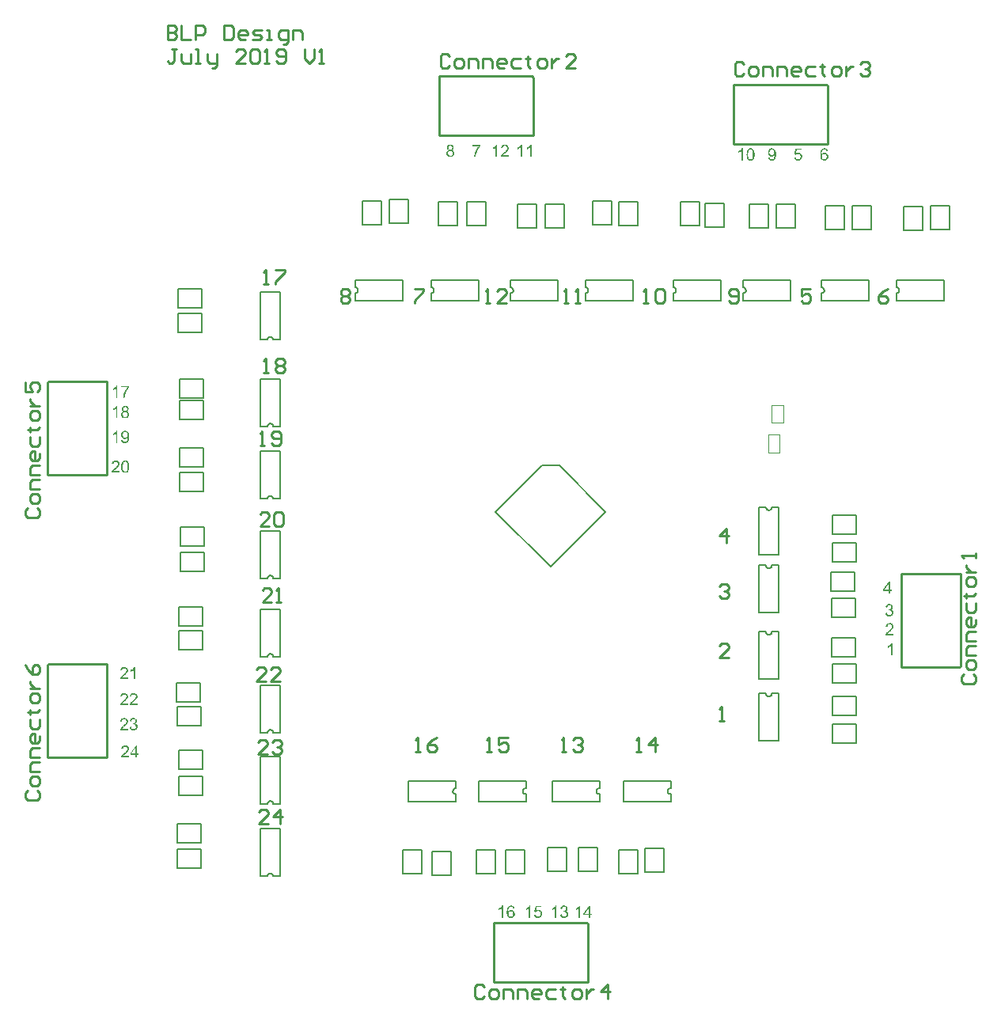
<source format=gto>
%FSTAX23Y23*%
%MOIN*%
%SFA1B1*%

%IPPOS*%
%ADD10C,0.007874*%
%ADD11C,0.001969*%
%ADD12C,0.010000*%
%LNpcb1-1*%
%LPD*%
G36*
X03149Y03125D02*
X03149Y03125D01*
X03148Y03125*
X03148Y03125*
X03148Y03124*
X03147Y03124*
X03147Y03123*
X03146Y03122*
X03146Y03122*
X03145Y03121*
X03144Y0312*
X03143Y03118*
X03143Y03117*
X03142Y03116*
X03141Y03114*
X0314Y03113*
X03139Y03111*
X03139Y03111*
X03139Y03111*
X03138Y03111*
X03138Y0311*
X03138Y03109*
X03137Y03108*
X03137Y03107*
X03136Y03106*
X03136Y03105*
X03135Y03103*
X03134Y03102*
X03134Y031*
X03133Y03097*
X03132Y03094*
Y03093*
X03131Y03093*
X03131Y03093*
X03131Y03092*
X03131Y03092*
X03131Y03091*
X03131Y0309*
X0313Y03089*
X0313Y03088*
X0313Y03087*
X0313Y03085*
X03129Y03082*
X03129Y0308*
X03123*
Y0308*
Y0308*
Y0308*
X03123Y03081*
Y03081*
X03123Y03082*
X03123Y03083*
X03123Y03084*
X03123Y03085*
X03123Y03086*
X03123Y03087*
X03124Y03088*
X03124Y0309*
X03124Y03091*
X03125Y03094*
Y03094*
X03125Y03094*
X03125Y03095*
X03125Y03096*
X03126Y03096*
X03126Y03097*
X03126Y03098*
X03127Y03099*
X03127Y03101*
X03128Y03102*
X03129Y03105*
X0313Y03108*
X03132Y03111*
X03132Y03111*
X03132Y03111*
X03132Y03111*
X03132Y03112*
X03133Y03113*
X03133Y03113*
X03134Y03114*
X03134Y03115*
X03136Y03117*
X03137Y0312*
X03139Y03122*
X03141Y03124*
X03116*
Y0313*
X03149*
Y03125*
G37*
G36*
X03099Y0308D02*
X03093D01*
Y0312*
X03093Y0312*
X03092Y03119*
X03092Y03119*
X03091Y03118*
X0309Y03118*
X03089Y03117*
X03088Y03116*
X03087Y03115*
X03087*
X03087Y03115*
X03086Y03115*
X03085Y03114*
X03084Y03114*
X03083Y03113*
X03082Y03113*
X03081Y03112*
X0308Y03112*
Y03118*
X0308*
X0308Y03118*
X03081Y03118*
X03081Y03119*
X03081Y03119*
X03082Y03119*
X03083Y0312*
X03085Y03121*
X03086Y03122*
X03088Y03123*
X03089Y03124*
X03089Y03124*
X03089Y03124*
X0309Y03125*
X03091Y03125*
X03091Y03126*
X03092Y03127*
X03093Y03129*
X03094Y0313*
X03095Y03131*
X03099*
Y0308*
G37*
G36*
X03099Y02995D02*
X03093D01*
Y03035*
X03092Y03035*
X03092Y03034*
X03092Y03034*
X03091Y03033*
X0309Y03033*
X03089Y03032*
X03088Y03031*
X03087Y0303*
X03086*
X03086Y0303*
X03086Y0303*
X03085Y03029*
X03084Y03029*
X03083Y03028*
X03082Y03028*
X03081Y03027*
X0308Y03027*
Y03033*
X0308*
X0308Y03033*
X03081Y03033*
X03081Y03034*
X03081Y03034*
X03082Y03034*
X03083Y03035*
X03084Y03036*
X03086Y03037*
X03088Y03038*
X03089Y03039*
X03089Y03039*
X03089Y03039*
X0309Y0304*
X0309Y0304*
X03091Y03041*
X03092Y03042*
X03093Y03044*
X03094Y03045*
X03095Y03046*
X03099*
Y02995*
G37*
G36*
X03133Y03046D02*
X03133D01*
X03134Y03046*
X03135Y03046*
X03137Y03045*
X03139Y03044*
X0314Y03044*
X03141Y03043*
X03142Y03043*
X03142Y03042*
X03143Y03042*
X03143Y03042*
X03143Y03042*
X03143Y03041*
X03143Y03041*
X03144Y03041*
X03145Y03039*
X03145Y03038*
X03146Y03036*
X03146Y03035*
X03147Y03034*
X03147Y03033*
Y03032*
Y03032*
X03147Y03031*
X03146Y03031*
X03146Y03029*
X03146Y03028*
X03145Y03027*
X03145Y03026*
X03145Y03026*
X03144Y03026*
X03144Y03026*
X03143Y03025*
X03143Y03024*
X03142Y03024*
X0314Y03023*
X03139Y03022*
X03139*
X03139Y03022*
X03139Y03022*
X0314Y03022*
X03141Y03022*
X03142Y03021*
X03143Y03021*
X03144Y0302*
X03145Y03019*
X03146Y03017*
X03146Y03017*
X03147Y03017*
X03147Y03016*
X03147Y03015*
X03148Y03014*
X03148Y03012*
X03149Y03011*
X03149Y03009*
Y03009*
Y03009*
Y03009*
X03149Y03008*
X03149Y03008*
X03148Y03007*
X03148Y03005*
X03148Y03004*
X03147Y03003*
X03147Y03002*
X03146Y03001*
X03146Y03*
X03145Y02999*
X03144Y02998*
X03144Y02998*
X03144Y02998*
X03144Y02998*
X03143Y02997*
X03143Y02997*
X03142Y02997*
X03142Y02996*
X03141Y02996*
X0314Y02995*
X03139Y02995*
X03138Y02995*
X03137Y02994*
X03136Y02994*
X03134Y02994*
X03133Y02994*
X03132Y02994*
X03131*
X0313Y02994*
X0313Y02994*
X03129Y02994*
X03128Y02994*
X03127Y02994*
X03125Y02995*
X03124Y02995*
X03123Y02996*
X03122Y02996*
X03121Y02997*
X0312Y02997*
X03119Y02998*
X03119Y02998*
X03119Y02998*
X03119Y02999*
X03119Y02999*
X03118Y02999*
X03118Y03*
X03118Y03001*
X03117Y03001*
X03117Y03002*
X03116Y03003*
X03116Y03005*
X03115Y03006*
X03115Y03007*
X03115Y03008*
X03115Y03009*
Y03009*
Y0301*
Y0301*
X03115Y0301*
Y03011*
X03115Y03011*
X03115Y03012*
X03116Y03014*
X03116Y03015*
X03117Y03016*
X03117Y03018*
Y03018*
X03118Y03018*
X03118Y03018*
X03118Y03019*
X03119Y0302*
X0312Y0302*
X03122Y03021*
X03123Y03022*
X03125Y03022*
X03125*
X03124Y03022*
X03124Y03023*
X03123Y03023*
X03122Y03023*
X03121Y03024*
X03121Y03025*
X0312Y03026*
X03119Y03026*
X03119Y03027*
X03118Y03027*
X03118Y03027*
X03118Y03028*
X03118Y03029*
X03117Y0303*
X03117Y03031*
X03117Y03033*
Y03033*
Y03033*
Y03033*
X03117Y03034*
X03117Y03034*
X03117Y03035*
X03117Y03036*
X03118Y03038*
X03119Y03039*
X03119Y0304*
X0312Y03041*
X0312Y03042*
X03121Y03042*
X03121Y03042*
X03121Y03042*
X03121Y03043*
X03122Y03043*
X03122Y03043*
X03123Y03043*
X03123Y03044*
X03124Y03044*
X03125Y03045*
X03127Y03045*
X03129Y03046*
X0313Y03046*
X03132Y03046*
X03132*
X03133Y03046*
G37*
G36*
X03132Y02941D02*
X03132D01*
X03133Y02941*
X03134Y02941*
X03135Y0294*
X03137Y0294*
X03139Y02939*
X0314Y02938*
X0314*
X0314Y02938*
X03141Y02938*
X03141Y02938*
X03142Y02937*
X03143Y02936*
X03144Y02935*
X03145Y02934*
X03146Y02932*
X03147Y02931*
Y02931*
X03147Y0293*
X03147Y0293*
X03147Y0293*
X03147Y02929*
X03147Y02929*
X03147Y02928*
X03148Y02927*
X03148Y02926*
X03148Y02925*
X03148Y02924*
X03148Y02922*
X03148Y02921*
X03149Y0292*
X03149Y02918*
Y02916*
Y02916*
Y02916*
Y02915*
Y02915*
X03149Y02914*
Y02913*
X03149Y02912*
X03148Y02911*
X03148Y02908*
X03148Y02905*
X03147Y02903*
X03147Y02902*
X03147Y02901*
Y029*
X03146Y029*
X03146Y029*
X03146Y029*
X03146Y02899*
X03146Y02898*
X03145Y02897*
X03144Y02896*
X03143Y02894*
X03142Y02893*
X0314Y02892*
X0314*
X0314Y02891*
X0314Y02891*
X03139Y02891*
X03139Y02891*
X03139Y02891*
X03137Y0289*
X03136Y0289*
X03134Y02889*
X03132Y02889*
X0313Y02889*
X0313*
X03129Y02889*
X03129*
X03128Y02889*
X03127Y02889*
X03125Y02889*
X03124Y0289*
X03122Y02891*
X0312Y02892*
X0312Y02892*
X0312Y02892*
X0312Y02893*
X03119Y02893*
X03118Y02894*
X03118Y02896*
X03117Y02897*
X03116Y02899*
X03116Y02901*
X03122Y02902*
Y02902*
Y02902*
X03122Y02901*
X03122Y02901*
X03122Y029*
X03123Y02899*
X03123Y02898*
X03123Y02897*
X03124Y02896*
X03125Y02896*
X03125Y02896*
X03125Y02895*
X03126Y02895*
X03126Y02895*
X03127Y02894*
X03128Y02894*
X03129Y02894*
X0313Y02894*
X03131*
X03131Y02894*
X03132Y02894*
X03133Y02894*
X03134Y02894*
X03135Y02895*
X03135Y02895*
X03136Y02895*
X03136Y02895*
X03136Y02896*
X03137Y02896*
X03137Y02897*
X03138Y02897*
X03139Y02898*
X03139Y02899*
X03139Y02899*
X03139Y02899*
X0314Y029*
X0314Y029*
X0314Y02901*
X03141Y02902*
X03141Y02903*
X03141Y02905*
Y02905*
X03142Y02905*
Y02905*
X03142Y02905*
X03142Y02906*
X03142Y02907*
X03142Y02908*
X03142Y02909*
X03142Y02911*
Y02912*
Y02912*
Y02913*
Y02913*
Y02914*
X03142Y02913*
X03142Y02913*
X03142Y02913*
X03141Y02912*
X0314Y02911*
X03139Y0291*
X03138Y02909*
X03137Y02909*
X03137Y02909*
X03137Y02908*
X03136Y02908*
X03135Y02908*
X03134Y02907*
X03133Y02907*
X03132Y02907*
X0313Y02907*
X03129*
X03129Y02907*
X03128Y02907*
X03128Y02907*
X03126Y02907*
X03125Y02908*
X03124Y02908*
X03123Y02909*
X03122Y02909*
X03121Y0291*
X0312Y02911*
X03119Y02912*
X03119Y02912*
X03119Y02912*
X03119Y02912*
X03119Y02912*
X03118Y02913*
X03118Y02913*
X03118Y02914*
X03117Y02915*
X03117Y02916*
X03116Y02917*
X03116Y02918*
X03116Y02919*
X03115Y0292*
X03115Y02921*
X03115Y02922*
X03115Y02924*
Y02924*
Y02924*
Y02924*
X03115Y02925*
X03115Y02926*
X03115Y02926*
X03115Y02927*
X03116Y02928*
X03116Y0293*
X03116Y02931*
X03117Y02932*
X03117Y02933*
X03118Y02934*
X03119Y02935*
X03119Y02936*
X0312Y02936*
X0312Y02937*
X0312Y02937*
X0312Y02937*
X03121Y02937*
X03121Y02938*
X03122Y02938*
X03123Y02939*
X03123Y02939*
X03124Y0294*
X03126Y0294*
X03127Y02941*
X03129Y02941*
X0313Y02941*
X03131Y02941*
X03132*
X03132Y02941*
G37*
G36*
X03099Y0289D02*
X03093D01*
Y0293*
X03092Y0293*
X03092Y02929*
X03092Y02929*
X03091Y02928*
X0309Y02928*
X03089Y02927*
X03088Y02926*
X03087Y02925*
X03086*
X03086Y02925*
X03086Y02925*
X03085Y02924*
X03084Y02924*
X03083Y02923*
X03082Y02923*
X03081Y02922*
X0308Y02922*
Y02928*
X0308*
X0308Y02928*
X03081Y02928*
X03081Y02929*
X03081Y02929*
X03082Y02929*
X03083Y0293*
X03084Y02931*
X03086Y02932*
X03088Y02933*
X03089Y02934*
X03089Y02934*
X03089Y02934*
X0309Y02935*
X0309Y02935*
X03091Y02936*
X03092Y02937*
X03093Y02939*
X03094Y0294*
X03095Y02941*
X03099*
Y0289*
G37*
G36*
X05733Y0408D02*
X05727D01*
Y0412*
X05727Y0412*
X05727Y04119*
X05726Y04119*
X05725Y04118*
X05725Y04118*
X05724Y04117*
X05722Y04116*
X05721Y04115*
X05721*
X05721Y04115*
X0572Y04115*
X0572Y04114*
X05719Y04114*
X05718Y04113*
X05717Y04113*
X05716Y04112*
X05715Y04112*
Y04118*
X05715*
X05715Y04118*
X05715Y04118*
X05715Y04119*
X05716Y04119*
X05716Y04119*
X05718Y0412*
X05719Y04121*
X05721Y04122*
X05722Y04123*
X05724Y04124*
X05724Y04124*
X05724Y04124*
X05724Y04125*
X05725Y04125*
X05726Y04126*
X05727Y04127*
X05728Y04129*
X05729Y0413*
X05729Y04131*
X05733*
Y0408*
G37*
G36*
X05768Y04131D02*
X05769Y04131D01*
X0577Y04131*
X05771Y0413*
X05772Y0413*
X05773Y04129*
X05774Y04129*
X05774Y04129*
X05774Y04129*
X05775Y04128*
X05776Y04127*
X05777Y04127*
X05778Y04126*
X05779Y04125*
X05779Y04124*
X05779Y04124*
X05779Y04123*
X0578Y04122*
X0578Y04121*
X05781Y0412*
X05781Y04119*
X05782Y04117*
Y04117*
X05782Y04117*
Y04116*
X05782Y04116*
X05782Y04116*
X05782Y04115*
X05782Y04114*
X05782Y04114*
X05782Y04113*
X05783Y04112*
X05783Y04111*
X05783Y0411*
X05783Y04109*
Y04108*
X05783Y04105*
Y04105*
Y04104*
Y04104*
Y04103*
X05783Y04103*
Y04102*
X05783Y04101*
X05783Y041*
X05782Y04097*
X05782Y04095*
X05782Y04092*
X05781Y04091*
X05781Y0409*
Y0409*
X05781Y0409*
X05781Y0409*
X05781Y04089*
X0578Y04089*
X0578Y04088*
X0578Y04087*
X05779Y04086*
X05778Y04084*
X05777Y04083*
X05775Y04082*
X05775*
X05775Y04081*
X05775Y04081*
X05775Y04081*
X05774Y04081*
X05773Y0408*
X05772Y0408*
X0577Y04079*
X05768Y04079*
X05766Y04079*
X05766*
X05765Y04079*
X05764Y04079*
X05764Y04079*
X05763Y04079*
X05762Y04079*
X0576Y0408*
X05759Y0408*
X05758Y04081*
X05757Y04081*
X05756Y04082*
X05755Y04083*
X05754Y04084*
X05754Y04084*
X05754Y04084*
X05754Y04085*
X05754Y04085*
X05753Y04086*
X05753Y04087*
X05752Y04088*
X05752Y04089*
X05752Y0409*
X05751Y04092*
X05751Y04094*
X0575Y04095*
X0575Y04098*
X0575Y041*
X0575Y04102*
X05749Y04105*
Y04105*
Y04105*
Y04106*
Y04106*
X0575Y04107*
Y04108*
X0575Y04109*
X0575Y0411*
X0575Y04112*
X0575Y04115*
X05751Y04117*
X05751Y04118*
X05751Y04119*
Y04119*
X05751Y0412*
X05752Y0412*
X05752Y0412*
X05752Y04121*
X05752Y04121*
X05753Y04123*
X05753Y04124*
X05754Y04125*
X05756Y04127*
X05757Y04128*
X05757*
X05757Y04128*
X05757Y04128*
X05758Y04128*
X05758Y04129*
X05759Y0413*
X05761Y0413*
X05762Y04131*
X05764Y04131*
X05766Y04131*
X05767*
X05768Y04131*
G37*
G36*
X05856D02*
X05857D01*
X05857Y04131*
X05859Y04131*
X0586Y0413*
X05862Y0413*
X05863Y04129*
X05865Y04128*
X05865*
X05865Y04128*
X05865Y04128*
X05865Y04128*
X05866Y04127*
X05867Y04126*
X05868Y04125*
X05869Y04124*
X0587Y04122*
X05871Y04121*
Y04121*
X05871Y0412*
X05871Y0412*
X05871Y0412*
X05872Y04119*
X05872Y04119*
X05872Y04118*
X05872Y04117*
X05872Y04116*
X05873Y04115*
X05873Y04114*
X05873Y04112*
X05873Y04111*
X05873Y0411*
X05873Y04108*
Y04106*
Y04106*
Y04106*
Y04105*
Y04105*
X05873Y04104*
Y04103*
X05873Y04102*
X05873Y04101*
X05873Y04098*
X05872Y04095*
X05872Y04093*
X05871Y04092*
X05871Y04091*
Y0409*
X05871Y0409*
X05871Y0409*
X05871Y0409*
X0587Y04089*
X0587Y04088*
X05869Y04087*
X05869Y04086*
X05867Y04084*
X05866Y04083*
X05865Y04082*
X05865*
X05865Y04081*
X05864Y04081*
X05864Y04081*
X05864Y04081*
X05863Y04081*
X05862Y0408*
X0586Y0408*
X05859Y04079*
X05857Y04079*
X05855Y04079*
X05854*
X05854Y04079*
X05853*
X05853Y04079*
X05851Y04079*
X0585Y04079*
X05848Y0408*
X05847Y04081*
X05845Y04082*
X05845Y04082*
X05845Y04082*
X05844Y04083*
X05844Y04083*
X05843Y04084*
X05842Y04086*
X05841Y04087*
X05841Y04089*
X0584Y04091*
X05846Y04092*
Y04092*
Y04092*
X05847Y04091*
X05847Y04091*
X05847Y0409*
X05847Y04089*
X05847Y04088*
X05848Y04087*
X05849Y04086*
X05849Y04086*
X05849Y04086*
X0585Y04085*
X0585Y04085*
X05851Y04085*
X05852Y04084*
X05853Y04084*
X05854Y04084*
X05855Y04084*
X05855*
X05856Y04084*
X05857Y04084*
X05857Y04084*
X05858Y04084*
X05859Y04085*
X0586Y04085*
X0586Y04085*
X0586Y04085*
X05861Y04086*
X05861Y04086*
X05862Y04087*
X05862Y04087*
X05863Y04088*
X05864Y04089*
X05864Y04089*
X05864Y04089*
X05864Y0409*
X05864Y0409*
X05865Y04091*
X05865Y04092*
X05866Y04093*
X05866Y04095*
Y04095*
X05866Y04095*
Y04095*
X05866Y04095*
X05866Y04096*
X05866Y04097*
X05867Y04098*
X05867Y04099*
X05867Y04101*
Y04102*
Y04102*
Y04103*
Y04103*
Y04104*
X05867Y04103*
X05867Y04103*
X05866Y04103*
X05866Y04102*
X05865Y04101*
X05864Y041*
X05863Y04099*
X05862Y04099*
X05862Y04099*
X05861Y04098*
X0586Y04098*
X0586Y04098*
X05859Y04097*
X05857Y04097*
X05856Y04097*
X05855Y04097*
X05854*
X05854Y04097*
X05853Y04097*
X05852Y04097*
X05851Y04097*
X05849Y04098*
X05848Y04098*
X05847Y04099*
X05847Y04099*
X05846Y041*
X05845Y04101*
X05844Y04102*
X05844Y04102*
X05844Y04102*
X05843Y04102*
X05843Y04102*
X05843Y04103*
X05842Y04103*
X05842Y04104*
X05842Y04105*
X05841Y04106*
X05841Y04107*
X05841Y04108*
X0584Y04109*
X0584Y0411*
X0584Y04111*
X0584Y04112*
X0584Y04114*
Y04114*
Y04114*
Y04114*
X0584Y04115*
X0584Y04116*
X0584Y04116*
X0584Y04117*
X0584Y04118*
X05841Y0412*
X05841Y04121*
X05841Y04122*
X05842Y04123*
X05843Y04124*
X05843Y04125*
X05844Y04126*
X05844Y04126*
X05844Y04127*
X05845Y04127*
X05845Y04127*
X05845Y04127*
X05846Y04128*
X05846Y04128*
X05847Y04129*
X05848Y04129*
X05849Y0413*
X05851Y0413*
X05852Y04131*
X05853Y04131*
X05854Y04131*
X05856Y04131*
X05856*
X05856Y04131*
G37*
G36*
X06079D02*
X06079D01*
X0608Y04131*
X06081Y04131*
X06083Y0413*
X06085Y0413*
X06086Y04129*
X06087Y04128*
X06088Y04128*
X06088*
X06088Y04127*
X06088Y04127*
X06089Y04126*
X0609Y04125*
X06091Y04124*
X06091Y04122*
X06092Y0412*
X06093Y04118*
X06086Y04118*
Y04118*
Y04118*
X06086Y04118*
X06086Y04119*
X06086Y0412*
X06085Y04122*
X06084Y04122*
X06084Y04123*
X06084Y04123*
X06083Y04124*
X06083Y04124*
X06082Y04125*
X06081Y04125*
X0608Y04126*
X06079Y04126*
X06078Y04126*
X06077*
X06076Y04126*
X06076Y04126*
X06075Y04126*
X06074Y04125*
X06073Y04125*
X06072Y04124*
X06072Y04124*
X06072Y04124*
X06071Y04123*
X06071Y04123*
X0607Y04122*
X06069Y04121*
X06068Y04119*
X06067Y04118*
Y04118*
X06067Y04118*
X06067Y04117*
X06067Y04117*
X06067Y04117*
X06067Y04116*
X06067Y04115*
X06067Y04115*
X06066Y04114*
X06066Y04113*
X06066Y04112*
X06066Y04111*
X06066Y0411*
X06066Y04109*
X06066Y04107*
Y04106*
X06066Y04106*
X06066Y04106*
X06067Y04107*
X06067Y04108*
X06068Y04109*
X06069Y0411*
X0607Y0411*
X06071Y04111*
X06071Y04111*
X06072Y04111*
X06073Y04112*
X06073Y04112*
X06074Y04112*
X06076Y04113*
X06077Y04113*
X06078Y04113*
X06079*
X06079Y04113*
X0608Y04113*
X0608Y04113*
X06082Y04112*
X06084Y04112*
X06084Y04111*
X06085Y04111*
X06086Y0411*
X06087Y0411*
X06088Y04109*
X06089Y04108*
X06089Y04108*
X06089Y04108*
X06089Y04108*
X0609Y04107*
X0609Y04107*
X0609Y04106*
X06091Y04106*
X06091Y04105*
X06092Y04104*
X06092Y04103*
X06092Y04102*
X06093Y04101*
X06093Y041*
X06093Y04099*
X06093Y04097*
X06093Y04096*
Y04096*
Y04096*
Y04096*
Y04095*
X06093Y04095*
Y04094*
X06093Y04093*
X06093Y04092*
X06093Y0409*
X06092Y04089*
X06091Y04087*
Y04087*
X06091Y04087*
X06091Y04087*
X06091Y04086*
X0609Y04086*
X0609Y04085*
X06089Y04084*
X06088Y04083*
X06087Y04082*
X06086Y04081*
X06085Y04081*
X06085Y04081*
X06084Y0408*
X06083Y0408*
X06082Y04079*
X06081Y04079*
X06079Y04079*
X06077Y04079*
X06077*
X06077Y04079*
X06076*
X06075Y04079*
X06075Y04079*
X06074Y04079*
X06073Y04079*
X06072Y0408*
X06071Y0408*
X0607Y04081*
X06069Y04081*
X06067Y04082*
X06066Y04083*
X06065Y04083*
X06064Y04084*
X06064Y04085*
X06064Y04085*
X06064Y04085*
X06064Y04086*
X06063Y04086*
X06063Y04087*
X06062Y04088*
X06062Y04089*
X06062Y0409*
X06061Y04092*
X06061Y04093*
X0606Y04095*
X0606Y04097*
X0606Y04099*
X0606Y04101*
X0606Y04103*
Y04104*
Y04104*
Y04104*
Y04104*
Y04105*
X0606Y04106*
X0606Y04107*
X0606Y04109*
X0606Y0411*
X0606Y04112*
X0606Y04114*
X06061Y04115*
X06061Y04117*
X06062Y04119*
X06062Y04121*
X06063Y04122*
X06064Y04124*
X06065Y04125*
X06065Y04125*
X06065Y04125*
X06065Y04126*
X06066Y04126*
X06066Y04127*
X06067Y04127*
X06068Y04128*
X06068Y04128*
X06069Y04129*
X0607Y04129*
X06071Y0413*
X06072Y0413*
X06074Y04131*
X06075Y04131*
X06076Y04131*
X06078Y04131*
X06078*
X06079Y04131*
G37*
G36*
X05981Y04124D02*
X05961D01*
X05958Y0411*
X05958Y0411*
X05958Y0411*
X05958Y04111*
X05959Y04111*
X05959Y04111*
X05959Y04111*
X05961Y04112*
X05962Y04112*
X05964Y04113*
X05966Y04113*
X05967Y04113*
X05968*
X05969Y04113*
X05969Y04113*
X0597Y04113*
X05971Y04113*
X05971Y04113*
X05973Y04112*
X05974Y04112*
X05975Y04112*
X05976Y04111*
X05977Y0411*
X05978Y0411*
X05979Y04109*
X05979Y04109*
X05979Y04109*
X05979Y04108*
X05979Y04108*
X0598Y04107*
X0598Y04107*
X05981Y04106*
X05981Y04106*
X05982Y04105*
X05982Y04104*
X05982Y04103*
X05983Y04102*
X05983Y04101*
X05983Y04099*
X05983Y04098*
X05983Y04097*
Y04097*
Y04097*
Y04096*
X05983Y04096*
X05983Y04095*
X05983Y04094*
X05983Y04094*
X05983Y04093*
X05982Y04091*
X05982Y04089*
X05981Y04088*
X05981Y04087*
X0598Y04086*
X05979Y04085*
X05979Y04085*
X05979Y04085*
X05979Y04084*
X05978Y04084*
X05978Y04083*
X05977Y04083*
X05977Y04082*
X05976Y04082*
X05975Y04081*
X05974Y04081*
X05973Y0408*
X05972Y0408*
X0597Y04079*
X05969Y04079*
X05967Y04079*
X05966Y04079*
X05965*
X05965Y04079*
X05964Y04079*
X05963Y04079*
X05963Y04079*
X05962Y04079*
X0596Y0408*
X05958Y0408*
X05957Y04081*
X05956Y04081*
X05955Y04082*
X05955Y04083*
X05954Y04083*
X05954Y04083*
X05954Y04083*
X05954Y04083*
X05953Y04084*
X05953Y04084*
X05953Y04085*
X05952Y04085*
X05951Y04087*
X05951Y04089*
X0595Y04091*
X0595Y04092*
X0595Y04093*
X05956Y04093*
Y04093*
Y04093*
X05956Y04093*
X05956Y04093*
X05957Y04092*
X05957Y04091*
X05957Y04089*
X05958Y04088*
X05959Y04087*
X05959Y04086*
X0596Y04086*
X0596Y04086*
X05961Y04085*
X05961Y04085*
X05962Y04085*
X05963Y04084*
X05965Y04084*
X05966Y04084*
X05966*
X05967Y04084*
X05968Y04084*
X05969Y04084*
X0597Y04085*
X05971Y04085*
X05972Y04086*
X05973Y04087*
X05974Y04087*
Y04087*
X05974Y04087*
X05974Y04088*
X05975Y04089*
X05975Y0409*
X05976Y04091*
X05976Y04092*
X05977Y04094*
X05977Y04096*
Y04096*
Y04097*
Y04097*
X05977Y04097*
Y04098*
X05977Y04098*
X05976Y04099*
X05976Y04101*
X05976Y04102*
X05975Y04104*
X05974Y04105*
X05974Y04105*
X05973Y04105*
X05973Y04106*
X05972Y04106*
X05971Y04107*
X05969Y04107*
X05968Y04108*
X05966Y04108*
X05965*
X05965Y04108*
X05964Y04108*
X05963Y04108*
X05962Y04107*
X05961Y04107*
X0596Y04106*
X0596Y04106*
X0596Y04106*
X05959Y04106*
X05959Y04106*
X05958Y04105*
X05958Y04104*
X05957Y04104*
X05957Y04103*
X05951Y04104*
X05956Y0413*
X05981*
Y04124*
G37*
G36*
X04759Y00941D02*
X04759D01*
X0476Y00941*
X04761Y00941*
X04763Y0094*
X04764Y0094*
X04766Y00939*
X04767Y00938*
X04768Y00938*
X04768*
X04768Y00937*
X04768Y00937*
X04769Y00936*
X0477Y00935*
X0477Y00934*
X04771Y00932*
X04772Y0093*
X04772Y00928*
X04766Y00928*
Y00928*
Y00928*
X04766Y00928*
X04766Y00929*
X04765Y0093*
X04765Y00932*
X04764Y00932*
X04764Y00933*
X04763Y00933*
X04763Y00934*
X04763Y00934*
X04762Y00935*
X04761Y00935*
X0476Y00936*
X04759Y00936*
X04757Y00936*
X04757*
X04756Y00936*
X04755Y00936*
X04755Y00936*
X04754Y00935*
X04753Y00935*
X04752Y00934*
X04752Y00934*
X04751Y00934*
X04751Y00933*
X0475Y00933*
X04749Y00932*
X04749Y00931*
X04748Y00929*
X04747Y00928*
Y00928*
X04747Y00928*
X04747Y00927*
X04747Y00927*
X04747Y00927*
X04747Y00926*
X04746Y00925*
X04746Y00925*
X04746Y00924*
X04746Y00923*
X04746Y00922*
X04746Y00921*
X04746Y0092*
X04746Y00919*
X04745Y00917*
Y00916*
X04746Y00916*
X04746Y00916*
X04746Y00917*
X04747Y00918*
X04748Y00919*
X04749Y0092*
X0475Y0092*
X04751Y00921*
X04751Y00921*
X04752Y00921*
X04752Y00922*
X04753Y00922*
X04754Y00922*
X04755Y00923*
X04757Y00923*
X04758Y00923*
X04758*
X04759Y00923*
X04759Y00923*
X0476Y00923*
X04762Y00922*
X04763Y00922*
X04764Y00921*
X04765Y00921*
X04766Y0092*
X04767Y0092*
X04768Y00919*
X04769Y00918*
X04769Y00918*
X04769Y00918*
X04769Y00918*
X04769Y00917*
X0477Y00917*
X0477Y00916*
X0477Y00916*
X04771Y00915*
X04771Y00914*
X04772Y00913*
X04772Y00912*
X04772Y00911*
X04773Y0091*
X04773Y00909*
X04773Y00907*
X04773Y00906*
Y00906*
Y00906*
Y00906*
Y00905*
X04773Y00905*
Y00904*
X04773Y00903*
X04773Y00902*
X04772Y009*
X04772Y00899*
X04771Y00897*
Y00897*
X04771Y00897*
X04771Y00897*
X04771Y00896*
X0477Y00896*
X04769Y00895*
X04769Y00894*
X04768Y00893*
X04767Y00892*
X04765Y00891*
X04765Y00891*
X04765Y00891*
X04764Y0089*
X04763Y0089*
X04762Y00889*
X0476Y00889*
X04759Y00889*
X04757Y00889*
X04757*
X04756Y00889*
X04756*
X04755Y00889*
X04754Y00889*
X04753Y00889*
X04752Y00889*
X04751Y0089*
X0475Y0089*
X04749Y00891*
X04748Y00891*
X04747Y00892*
X04746Y00893*
X04745Y00893*
X04744Y00894*
X04744Y00895*
X04744Y00895*
X04744Y00895*
X04743Y00896*
X04743Y00896*
X04743Y00897*
X04742Y00898*
X04742Y00899*
X04741Y009*
X04741Y00902*
X0474Y00903*
X0474Y00905*
X0474Y00907*
X04739Y00909*
X04739Y00911*
X04739Y00913*
Y00914*
Y00914*
Y00914*
Y00914*
Y00915*
X04739Y00916*
X04739Y00917*
X04739Y00919*
X0474Y0092*
X0474Y00922*
X0474Y00924*
X04741Y00925*
X04741Y00927*
X04742Y00929*
X04742Y00931*
X04743Y00932*
X04744Y00934*
X04745Y00935*
X04745Y00935*
X04745Y00935*
X04745Y00936*
X04746Y00936*
X04746Y00937*
X04747Y00937*
X04747Y00938*
X04748Y00938*
X04749Y00939*
X0475Y00939*
X04751Y0094*
X04752Y0094*
X04753Y00941*
X04755Y00941*
X04756Y00941*
X04758Y00941*
X04758*
X04759Y00941*
G37*
G36*
X04723Y0089D02*
X04717D01*
Y0093*
X04717Y0093*
X04717Y00929*
X04716Y00929*
X04715Y00928*
X04715Y00928*
X04714Y00927*
X04712Y00926*
X04711Y00925*
X04711*
X04711Y00925*
X0471Y00925*
X0471Y00924*
X04709Y00924*
X04708Y00923*
X04707Y00923*
X04706Y00922*
X04705Y00922*
Y00928*
X04705*
X04705Y00928*
X04705Y00928*
X04705Y00929*
X04706Y00929*
X04706Y00929*
X04708Y0093*
X04709Y00931*
X04711Y00932*
X04712Y00933*
X04714Y00934*
X04714Y00934*
X04714Y00934*
X04714Y00935*
X04715Y00935*
X04716Y00936*
X04717Y00937*
X04718Y00939*
X04719Y0094*
X04719Y00941*
X04723*
Y0089*
G37*
G36*
X04886Y00934D02*
X04866D01*
X04863Y0092*
X04863Y0092*
X04863Y0092*
X04863Y00921*
X04864Y00921*
X04864Y00921*
X04864Y00921*
X04866Y00922*
X04867Y00922*
X04869Y00923*
X04871Y00923*
X04872Y00923*
X04873*
X04874Y00923*
X04874Y00923*
X04875Y00923*
X04876Y00923*
X04876Y00923*
X04878Y00922*
X04879Y00922*
X0488Y00922*
X04881Y00921*
X04882Y0092*
X04883Y0092*
X04884Y00919*
X04884Y00919*
X04884Y00919*
X04884Y00918*
X04884Y00918*
X04885Y00917*
X04885Y00917*
X04886Y00916*
X04886Y00916*
X04887Y00915*
X04887Y00914*
X04887Y00913*
X04888Y00912*
X04888Y00911*
X04888Y00909*
X04888Y00908*
X04888Y00907*
Y00907*
Y00907*
Y00906*
X04888Y00906*
X04888Y00905*
X04888Y00904*
X04888Y00904*
X04888Y00903*
X04887Y00901*
X04887Y00899*
X04886Y00898*
X04886Y00897*
X04885Y00896*
X04884Y00895*
X04884Y00895*
X04884Y00895*
X04884Y00894*
X04883Y00894*
X04883Y00893*
X04882Y00893*
X04882Y00892*
X04881Y00892*
X0488Y00891*
X04879Y00891*
X04878Y0089*
X04877Y0089*
X04875Y00889*
X04874Y00889*
X04872Y00889*
X04871Y00889*
X0487*
X0487Y00889*
X04869Y00889*
X04868Y00889*
X04868Y00889*
X04867Y00889*
X04865Y0089*
X04863Y0089*
X04862Y00891*
X04861Y00891*
X0486Y00892*
X04859Y00893*
X04859Y00893*
X04859Y00893*
X04859Y00893*
X04859Y00893*
X04858Y00894*
X04858Y00894*
X04858Y00895*
X04857Y00895*
X04856Y00897*
X04856Y00899*
X04855Y00901*
X04855Y00902*
X04854Y00903*
X04861Y00903*
Y00903*
Y00903*
X04861Y00903*
X04861Y00903*
X04862Y00902*
X04862Y00901*
X04862Y00899*
X04863Y00898*
X04864Y00897*
X04864Y00896*
X04865Y00896*
X04865Y00896*
X04866Y00895*
X04866Y00895*
X04867Y00895*
X04868Y00894*
X0487Y00894*
X04871Y00894*
X04871*
X04872Y00894*
X04873Y00894*
X04874Y00894*
X04875Y00895*
X04876Y00895*
X04877Y00896*
X04878Y00897*
X04879Y00897*
Y00897*
X04879Y00897*
X04879Y00898*
X0488Y00899*
X0488Y009*
X04881Y00901*
X04881Y00902*
X04882Y00904*
X04882Y00906*
Y00906*
Y00907*
Y00907*
X04882Y00907*
Y00908*
X04882Y00908*
X04881Y00909*
X04881Y00911*
X0488Y00912*
X0488Y00914*
X04879Y00915*
X04879Y00915*
X04878Y00915*
X04878Y00916*
X04877Y00916*
X04875Y00917*
X04874Y00917*
X04873Y00918*
X04871Y00918*
X0487*
X0487Y00918*
X04869Y00918*
X04868Y00918*
X04867Y00917*
X04866Y00917*
X04865Y00916*
X04865Y00916*
X04865Y00916*
X04864Y00916*
X04864Y00916*
X04863Y00915*
X04863Y00914*
X04862Y00914*
X04862Y00913*
X04856Y00914*
X04861Y0094*
X04886*
Y00934*
G37*
G36*
X04838Y0089D02*
X04832D01*
Y0093*
X04832Y0093*
X04832Y00929*
X04831Y00929*
X0483Y00928*
X0483Y00928*
X04829Y00927*
X04827Y00926*
X04826Y00925*
X04826*
X04826Y00925*
X04825Y00925*
X04825Y00924*
X04824Y00924*
X04823Y00923*
X04822Y00923*
X04821Y00922*
X0482Y00922*
Y00928*
X0482*
X0482Y00928*
X0482Y00928*
X0482Y00929*
X04821Y00929*
X04821Y00929*
X04823Y0093*
X04824Y00931*
X04826Y00932*
X04827Y00933*
X04829Y00934*
X04829Y00934*
X04829Y00934*
X04829Y00935*
X0483Y00935*
X04831Y00936*
X04832Y00937*
X04833Y00939*
X04834Y0094*
X04834Y00941*
X04838*
Y0089*
G37*
G36*
X05091Y00907D02*
X05098D01*
Y00901*
X05091*
Y00889*
X05085*
Y00901*
X05062*
Y00907*
X05086Y0094*
X05091*
Y00907*
G37*
G36*
X05048Y00889D02*
X05042D01*
Y00929*
X05042Y00929*
X05042Y00928*
X05041Y00928*
X0504Y00927*
X0504Y00927*
X05039Y00926*
X05037Y00925*
X05036Y00924*
X05036*
X05036Y00924*
X05035Y00924*
X05035Y00924*
X05034Y00923*
X05033Y00923*
X05032Y00922*
X05031Y00922*
X0503Y00921*
Y00927*
X0503*
X0503Y00927*
X0503Y00928*
X0503Y00928*
X05031Y00928*
X05031Y00928*
X05033Y00929*
X05034Y0093*
X05036Y00931*
X05037Y00932*
X05039Y00933*
X05039Y00933*
X05039Y00933*
X05039Y00934*
X0504Y00935*
X05041Y00935*
X05042Y00937*
X05043Y00938*
X05044Y00939*
X05044Y0094*
X05048*
Y00889*
G37*
G36*
X04982Y00941D02*
X04983Y00941D01*
X04984Y00941*
X04986Y0094*
X04987Y0094*
X04988Y00939*
X04988*
X04988Y00939*
X04989Y00939*
X04989Y00938*
X0499Y00938*
X04991Y00937*
X04992Y00936*
X04993Y00935*
X04994Y00934*
X04994Y00934*
X04994Y00934*
X04994Y00933*
X04995Y00932*
X04995Y00931*
X04995Y0093*
X04995Y00929*
X04996Y00928*
Y00928*
Y00927*
X04995Y00927*
X04995Y00926*
X04995Y00925*
X04995Y00924*
X04994Y00923*
X04994Y00922*
X04994Y00922*
X04993Y00921*
X04993Y00921*
X04992Y0092*
X04992Y00919*
X04991Y00919*
X0499Y00918*
X04988Y00917*
X04989*
X04989Y00917*
X04989*
X04989Y00917*
X0499Y00917*
X04991Y00916*
X04992Y00916*
X04993Y00915*
X04994Y00914*
X04995Y00913*
X04996Y00913*
X04996Y00912*
X04996Y00912*
X04997Y00911*
X04997Y00909*
X04998Y00908*
X04998Y00906*
X04998Y00905*
Y00905*
Y00904*
Y00904*
X04998Y00904*
X04998Y00903*
X04998Y00902*
X04998Y00902*
X04997Y00901*
X04997Y00899*
X04997Y00898*
X04996Y00897*
X04995Y00896*
X04995Y00895*
X04994Y00894*
X04993Y00893*
X04993Y00893*
X04993Y00893*
X04993Y00893*
X04992Y00893*
X04992Y00892*
X04991Y00892*
X0499Y00891*
X0499Y00891*
X04989Y00891*
X04988Y0089*
X04987Y0089*
X04986Y00889*
X04985Y00889*
X04983Y00889*
X04982Y00889*
X04981Y00889*
X0498*
X0498Y00889*
X04979Y00889*
X04978Y00889*
X04978Y00889*
X04977Y00889*
X04975Y0089*
X04973Y0089*
X04972Y00891*
X04971Y00891*
X04971Y00892*
X0497Y00893*
X0497Y00893*
X04969Y00893*
X04969Y00893*
X04969Y00893*
X04969Y00894*
X04968Y00894*
X04968Y00895*
X04967Y00895*
X04966Y00897*
X04966Y00899*
X04965Y00901*
X04965Y00902*
X04965Y00903*
X04971Y00904*
Y00904*
X04971Y00904*
Y00903*
X04971Y00903*
X04971Y00902*
X04972Y00901*
X04972Y009*
X04973Y00898*
X04974Y00897*
X04974Y00896*
X04975Y00896*
X04975Y00896*
X04976Y00896*
X04976Y00895*
X04977Y00895*
X04978Y00894*
X04979Y00894*
X04981Y00894*
X04981*
X04982Y00894*
X04982Y00894*
X04983Y00894*
X04985Y00895*
X04986Y00895*
X04987Y00896*
X04988Y00897*
X04988Y00897*
X04989Y00897*
X04989Y00898*
X0499Y00899*
X0499Y009*
X04991Y00901*
X04991Y00903*
X04991Y00905*
Y00905*
Y00905*
Y00905*
X04991Y00905*
X04991Y00906*
X04991Y00907*
X04991Y00908*
X0499Y00909*
X04989Y00911*
X04988Y00912*
X04988Y00912*
X04988Y00912*
X04987Y00913*
X04987Y00913*
X04985Y00914*
X04984Y00914*
X04983Y00914*
X04981Y00914*
X04981*
X0498Y00914*
X04979Y00914*
X04979Y00914*
X04978Y00914*
X04977Y00914*
X04978Y00919*
X04978*
X04978Y00919*
X04979*
X0498Y00919*
X04981Y0092*
X04982Y0092*
X04983Y0092*
X04985Y00921*
X04986Y00921*
X04986Y00921*
X04986Y00922*
X04987Y00922*
X04987Y00923*
X04988Y00924*
X04989Y00925*
X04989Y00926*
X04989Y00928*
Y00928*
Y00928*
Y00928*
X04989Y00929*
X04989Y0093*
X04989Y00931*
X04988Y00932*
X04988Y00933*
X04987Y00934*
X04987Y00934*
X04986Y00934*
X04986Y00934*
X04985Y00935*
X04984Y00935*
X04983Y00936*
X04982Y00936*
X04981Y00936*
X0498*
X04979Y00936*
X04979Y00936*
X04978Y00935*
X04977Y00935*
X04976Y00934*
X04975Y00934*
X04974Y00933*
X04974Y00933*
X04974Y00933*
X04973Y00932*
X04973Y00931*
X04972Y0093*
X04972Y00928*
X04972Y00927*
X04965Y00928*
Y00928*
X04965Y00928*
X04965Y00928*
X04965Y00929*
X04966Y00929*
X04966Y0093*
X04966Y00931*
X04967Y00933*
X04968Y00935*
X04969Y00936*
X0497Y00938*
X0497Y00938*
X04971Y00938*
X04971Y00938*
X04971Y00938*
X04972Y00938*
X04972Y00939*
X04973Y00939*
X04975Y0094*
X04976Y00941*
X04978Y00941*
X04979Y00941*
X04981*
X04982Y00941*
G37*
G36*
X04948Y0089D02*
X04942D01*
Y0093*
X04942Y0093*
X04942Y00929*
X04941Y00929*
X0494Y00928*
X0494Y00928*
X04939Y00927*
X04937Y00926*
X04936Y00925*
X04936*
X04936Y00925*
X04935Y00925*
X04935Y00924*
X04934Y00924*
X04933Y00923*
X04932Y00923*
X04931Y00922*
X0493Y00922*
Y00928*
X0493*
X0493Y00928*
X0493Y00928*
X0493Y00929*
X04931Y00929*
X04931Y00929*
X04933Y0093*
X04934Y00931*
X04936Y00932*
X04937Y00933*
X04939Y00934*
X04939Y00934*
X04939Y00934*
X04939Y00935*
X0494Y00935*
X04941Y00936*
X04942Y00937*
X04943Y00939*
X04944Y0094*
X04944Y00941*
X04948*
Y0089*
G37*
G36*
X06363Y01995D02*
X06357D01*
Y02035*
X06357Y02035*
X06357Y02034*
X06356Y02034*
X06355Y02033*
X06355Y02033*
X06354Y02032*
X06352Y02031*
X06351Y0203*
X06351*
X06351Y0203*
X0635Y0203*
X0635Y02029*
X06349Y02029*
X06348Y02028*
X06347Y02028*
X06346Y02027*
X06345Y02027*
Y02033*
X06345*
X06345Y02033*
X06345Y02033*
X06345Y02034*
X06346Y02034*
X06346Y02034*
X06348Y02035*
X06349Y02036*
X06351Y02037*
X06352Y02038*
X06354Y02039*
X06354Y02039*
X06354Y02039*
X06354Y0204*
X06355Y0204*
X06356Y02041*
X06357Y02042*
X06358Y02044*
X06359Y02045*
X06359Y02046*
X06363*
Y01995*
G37*
G36*
X06354Y02131D02*
X06354Y02131D01*
X06355Y02131*
X06356Y02131*
X06357Y02131*
X06358Y0213*
X0636Y02129*
X06361Y02129*
X06362Y02128*
X06363Y02128*
X06364Y02127*
X06364Y02127*
X06364Y02127*
X06364Y02127*
X06365Y02126*
X06365Y02126*
X06366Y02125*
X06366Y02124*
X06367Y02123*
X06368Y02121*
X06368Y02119*
X06368Y02118*
X06368Y02117*
Y02117*
Y02116*
X06368Y02116*
X06368Y02115*
X06368Y02114*
X06368Y02113*
X06368Y02112*
X06367Y02111*
X06367Y02111*
X06367Y0211*
X06367Y0211*
X06366Y02109*
X06366Y02108*
X06365Y02107*
X06364Y02106*
X06363Y02104*
X06363Y02104*
X06362Y02104*
X06362Y02103*
X06361Y02103*
X06361Y02102*
X0636Y02101*
X06359Y02101*
X06358Y021*
X06358Y02099*
X06357Y02098*
X06356Y02097*
X06354Y02096*
X06353Y02095*
X06353Y02095*
X06353Y02095*
X06353Y02095*
X06352Y02095*
X06351Y02094*
X0635Y02093*
X06349Y02092*
X06348Y02091*
X06347Y0209*
X06346Y02089*
X06346Y02089*
X06346Y02089*
X06346Y02089*
X06345Y02088*
X06345Y02088*
X06344Y02087*
X06343Y02086*
X06369*
Y0208*
X06335*
Y0208*
Y0208*
Y0208*
X06335Y02081*
X06335Y02082*
X06335Y02082*
X06335Y02083*
X06335Y02084*
Y02084*
X06335Y02084*
X06336Y02084*
X06336Y02085*
X06336Y02086*
X06337Y02087*
X06338Y02088*
X06338Y02089*
X06339Y02091*
Y02091*
X0634Y02091*
X0634Y02091*
X06341Y02092*
X06342Y02093*
X06343Y02094*
X06344Y02095*
X06346Y02097*
X06348Y02098*
X06348Y02098*
X06348Y02099*
X06348Y02099*
X06349Y021*
X0635Y021*
X06351Y02101*
X06352Y02102*
X06354Y02104*
X06356Y02106*
X06357Y02107*
X06358Y02108*
X06358Y02108*
X06359Y02109*
Y02109*
X06359Y02109*
X06359Y0211*
X06359Y0211*
X0636Y02111*
X06361Y02112*
X06361Y02113*
X06362Y02114*
X06362Y02116*
X06362Y02117*
Y02117*
Y02117*
X06362Y02118*
X06362Y02118*
X06362Y02119*
X06361Y0212*
X06361Y02121*
X0636Y02122*
X06359Y02123*
X06359Y02123*
X06359Y02124*
X06358Y02124*
X06357Y02125*
X06356Y02125*
X06355Y02125*
X06354Y02126*
X06352Y02126*
X06352*
X06351Y02126*
X06351Y02126*
X0635Y02126*
X06348Y02125*
X06347Y02125*
X06346Y02124*
X06345Y02123*
X06345Y02123*
X06345Y02123*
X06344Y02122*
X06344Y02121*
X06343Y0212*
X06343Y02119*
X06342Y02117*
X06342Y02116*
X06336Y02116*
Y02116*
Y02117*
X06336Y02117*
X06336Y02117*
X06336Y02118*
X06336Y02119*
X06337Y0212*
X06337Y02122*
X06338Y02124*
X06339Y02126*
X0634Y02126*
X06341Y02127*
X06341Y02127*
X06341Y02127*
X06341Y02128*
X06341Y02128*
X06342Y02128*
X06342Y02128*
X06343Y02129*
X06344Y02129*
X06345Y02129*
X06345Y0213*
X06346Y0213*
X06347Y0213*
X0635Y02131*
X06351Y02131*
X06352Y02131*
X06353*
X06354Y02131*
G37*
G36*
X06353Y02273D02*
X0636D01*
Y02267*
X06353*
Y02255*
X06347*
Y02267*
X06325*
Y02273*
X06348Y02306*
X06353*
Y02273*
G37*
G36*
X06352Y02211D02*
X06353Y02211D01*
X06354Y02211*
X06356Y0221*
X06357Y0221*
X06358Y02209*
X06358*
X06358Y02209*
X06359Y02209*
X06359Y02208*
X0636Y02208*
X06361Y02207*
X06362Y02206*
X06363Y02205*
X06364Y02204*
X06364Y02204*
X06364Y02204*
X06364Y02203*
X06365Y02202*
X06365Y02201*
X06365Y022*
X06365Y02199*
X06366Y02198*
Y02198*
Y02197*
X06365Y02197*
X06365Y02196*
X06365Y02195*
X06365Y02194*
X06364Y02193*
X06364Y02192*
X06364Y02192*
X06363Y02191*
X06363Y02191*
X06362Y0219*
X06362Y02189*
X06361Y02189*
X0636Y02188*
X06358Y02187*
X06358*
X06359Y02187*
X06359*
X06359Y02187*
X0636Y02187*
X06361Y02186*
X06362Y02186*
X06363Y02185*
X06364Y02184*
X06365Y02183*
X06366Y02183*
X06366Y02182*
X06366Y02182*
X06367Y02181*
X06367Y02179*
X06368Y02178*
X06368Y02176*
X06368Y02175*
Y02175*
Y02174*
Y02174*
X06368Y02174*
X06368Y02173*
X06368Y02172*
X06368Y02172*
X06367Y02171*
X06367Y02169*
X06366Y02168*
X06366Y02167*
X06365Y02166*
X06365Y02165*
X06364Y02164*
X06363Y02163*
X06363Y02163*
X06363Y02163*
X06363Y02163*
X06362Y02163*
X06362Y02162*
X06361Y02162*
X0636Y02161*
X0636Y02161*
X06359Y02161*
X06358Y0216*
X06357Y0216*
X06356Y02159*
X06355Y02159*
X06353Y02159*
X06352Y02159*
X06351Y02159*
X0635*
X0635Y02159*
X06349Y02159*
X06348Y02159*
X06348Y02159*
X06347Y02159*
X06345Y0216*
X06343Y0216*
X06342Y02161*
X06341Y02161*
X0634Y02162*
X0634Y02163*
X0634Y02163*
X06339Y02163*
X06339Y02163*
X06339Y02163*
X06339Y02164*
X06338Y02164*
X06338Y02165*
X06337Y02165*
X06336Y02167*
X06336Y02169*
X06335Y02171*
X06335Y02172*
X06335Y02173*
X06341Y02174*
Y02174*
X06341Y02174*
Y02173*
X06341Y02173*
X06341Y02172*
X06342Y02171*
X06342Y0217*
X06343Y02168*
X06344Y02167*
X06344Y02166*
X06345Y02166*
X06345Y02166*
X06345Y02166*
X06346Y02165*
X06347Y02165*
X06348Y02164*
X06349Y02164*
X06351Y02164*
X06351*
X06352Y02164*
X06352Y02164*
X06353Y02164*
X06355Y02165*
X06356Y02165*
X06357Y02166*
X06358Y02167*
X06358Y02167*
X06359Y02167*
X06359Y02168*
X0636Y02169*
X0636Y0217*
X06361Y02171*
X06361Y02173*
X06361Y02175*
Y02175*
Y02175*
Y02175*
X06361Y02175*
X06361Y02176*
X06361Y02177*
X06361Y02178*
X0636Y02179*
X06359Y02181*
X06358Y02182*
X06358Y02182*
X06358Y02182*
X06357Y02183*
X06356Y02183*
X06355Y02184*
X06354Y02184*
X06353Y02184*
X06351Y02184*
X06351*
X0635Y02184*
X06349Y02184*
X06349Y02184*
X06348Y02184*
X06347Y02184*
X06348Y02189*
X06348*
X06348Y02189*
X06349*
X0635Y02189*
X06351Y0219*
X06352Y0219*
X06353Y0219*
X06354Y02191*
X06356Y02191*
X06356Y02191*
X06356Y02192*
X06357Y02192*
X06357Y02193*
X06358Y02194*
X06358Y02195*
X06359Y02196*
X06359Y02198*
Y02198*
Y02198*
Y02198*
X06359Y02199*
X06359Y022*
X06358Y02201*
X06358Y02202*
X06357Y02203*
X06357Y02204*
X06357Y02204*
X06356Y02204*
X06356Y02204*
X06355Y02205*
X06354Y02205*
X06353Y02206*
X06352Y02206*
X06351Y02206*
X0635*
X06349Y02206*
X06349Y02206*
X06348Y02205*
X06347Y02205*
X06346Y02204*
X06344Y02204*
X06344Y02203*
X06344Y02203*
X06344Y02203*
X06343Y02202*
X06343Y02201*
X06342Y022*
X06342Y02198*
X06341Y02197*
X06335Y02198*
Y02198*
X06335Y02198*
X06335Y02198*
X06335Y02199*
X06336Y02199*
X06336Y022*
X06336Y02201*
X06337Y02203*
X06338Y02205*
X06339Y02206*
X0634Y02208*
X0634Y02208*
X0634Y02208*
X06341Y02208*
X06341Y02208*
X06341Y02208*
X06342Y02209*
X06343Y02209*
X06345Y0221*
X06346Y02211*
X06348Y02211*
X06349Y02211*
X06351*
X06352Y02211*
G37*
G36*
X04733Y04146D02*
X04733Y04146D01*
X04734Y04146*
X04735Y04146*
X04736Y04146*
X04738Y04145*
X04739Y04144*
X0474Y04144*
X04741Y04143*
X04742Y04143*
X04743Y04142*
X04743Y04142*
X04743Y04142*
X04744Y04142*
X04744Y04141*
X04744Y04141*
X04745Y0414*
X04745Y04139*
X04746Y04138*
X04747Y04136*
X04747Y04134*
X04747Y04133*
X04748Y04132*
Y04132*
Y04131*
X04747Y04131*
X04747Y0413*
X04747Y04129*
X04747Y04128*
X04747Y04127*
X04746Y04126*
X04746Y04126*
X04746Y04125*
X04746Y04125*
X04745Y04124*
X04745Y04123*
X04744Y04122*
X04743Y04121*
X04742Y04119*
X04742Y04119*
X04741Y04119*
X04741Y04118*
X0474Y04118*
X0474Y04117*
X04739Y04116*
X04738Y04116*
X04738Y04115*
X04737Y04114*
X04736Y04113*
X04735Y04112*
X04734Y04111*
X04732Y0411*
X04732Y0411*
X04732Y0411*
X04732Y0411*
X04731Y0411*
X0473Y04109*
X04729Y04108*
X04728Y04107*
X04727Y04106*
X04726Y04105*
X04725Y04104*
X04725Y04104*
X04725Y04104*
X04725Y04104*
X04724Y04103*
X04724Y04103*
X04723Y04102*
X04722Y04101*
X04748*
Y04095*
X04714*
Y04095*
Y04095*
Y04095*
X04714Y04096*
X04714Y04097*
X04714Y04097*
X04714Y04098*
X04714Y04099*
Y04099*
X04714Y04099*
X04715Y04099*
X04715Y041*
X04715Y04101*
X04716Y04102*
X04717Y04103*
X04717Y04104*
X04718Y04106*
Y04106*
X04719Y04106*
X04719Y04106*
X0472Y04107*
X04721Y04108*
X04722Y04109*
X04723Y0411*
X04725Y04112*
X04727Y04113*
X04727Y04113*
X04727Y04114*
X04728Y04114*
X04728Y04115*
X04729Y04115*
X0473Y04116*
X04731Y04117*
X04733Y04119*
X04735Y04121*
X04736Y04122*
X04737Y04123*
X04737Y04123*
X04738Y04124*
Y04124*
X04738Y04124*
X04738Y04125*
X04739Y04125*
X04739Y04126*
X0474Y04127*
X0474Y04128*
X04741Y04129*
X04741Y04131*
X04741Y04132*
Y04132*
Y04132*
X04741Y04133*
X04741Y04133*
X04741Y04134*
X0474Y04135*
X0474Y04136*
X04739Y04137*
X04738Y04138*
X04738Y04138*
X04738Y04139*
X04737Y04139*
X04736Y0414*
X04735Y0414*
X04734Y0414*
X04733Y04141*
X04731Y04141*
X04731*
X04731Y04141*
X0473Y04141*
X04729Y04141*
X04728Y0414*
X04726Y0414*
X04725Y04139*
X04724Y04138*
X04724Y04138*
X04724Y04138*
X04723Y04137*
X04723Y04136*
X04722Y04135*
X04722Y04134*
X04721Y04132*
X04721Y04131*
X04715Y04131*
Y04131*
Y04132*
X04715Y04132*
X04715Y04132*
X04715Y04133*
X04715Y04134*
X04716Y04135*
X04716Y04137*
X04717Y04139*
X04718Y04141*
X04719Y04141*
X0472Y04142*
X0472Y04142*
X0472Y04142*
X0472Y04143*
X04721Y04143*
X04721Y04143*
X04722Y04143*
X04722Y04144*
X04723Y04144*
X04724Y04144*
X04724Y04145*
X04726Y04145*
X04727Y04145*
X04729Y04146*
X0473Y04146*
X04731Y04146*
X04732*
X04733Y04146*
G37*
G36*
X04698Y04095D02*
X04692D01*
Y04135*
X04692Y04135*
X04692Y04134*
X04691Y04134*
X0469Y04133*
X0469Y04133*
X04689Y04132*
X04687Y04131*
X04686Y0413*
X04686*
X04686Y0413*
X04685Y0413*
X04685Y04129*
X04684Y04129*
X04683Y04128*
X04682Y04128*
X04681Y04127*
X0468Y04127*
Y04133*
X0468*
X0468Y04133*
X0468Y04133*
X0468Y04134*
X04681Y04134*
X04681Y04134*
X04683Y04135*
X04684Y04136*
X04686Y04137*
X04687Y04138*
X04689Y04139*
X04689Y04139*
X04689Y04139*
X04689Y0414*
X0469Y0414*
X04691Y04141*
X04692Y04142*
X04693Y04144*
X04694Y04145*
X04694Y04146*
X04698*
Y04095*
G37*
G36*
X04843D02*
X04837D01*
Y04135*
X04837Y04135*
X04837Y04134*
X04836Y04134*
X04835Y04133*
X04834Y04133*
X04833Y04132*
X04832Y04131*
X04831Y0413*
X04831*
X04831Y0413*
X0483Y0413*
X0483Y04129*
X04829Y04129*
X04828Y04128*
X04827Y04128*
X04825Y04127*
X04824Y04127*
Y04133*
X04824*
X04825Y04133*
X04825Y04133*
X04825Y04134*
X04826Y04134*
X04826Y04134*
X04827Y04135*
X04829Y04136*
X0483Y04137*
X04832Y04138*
X04833Y04139*
X04834Y04139*
X04834Y04139*
X04834Y0414*
X04835Y0414*
X04836Y04141*
X04837Y04142*
X04838Y04144*
X04838Y04145*
X04839Y04146*
X04843*
Y04095*
G37*
G36*
X04803D02*
X04797D01*
Y04135*
X04797Y04135*
X04797Y04134*
X04796Y04134*
X04795Y04133*
X04795Y04133*
X04794Y04132*
X04792Y04131*
X04791Y0413*
X04791*
X04791Y0413*
X0479Y0413*
X0479Y04129*
X04789Y04129*
X04788Y04128*
X04787Y04128*
X04786Y04127*
X04785Y04127*
Y04133*
X04785*
X04785Y04133*
X04785Y04133*
X04785Y04134*
X04786Y04134*
X04786Y04134*
X04788Y04135*
X04789Y04136*
X04791Y04137*
X04792Y04138*
X04794Y04139*
X04794Y04139*
X04794Y04139*
X04794Y0414*
X04795Y0414*
X04796Y04141*
X04797Y04142*
X04798Y04144*
X04799Y04145*
X04799Y04146*
X04803*
Y04095*
G37*
G36*
X04628Y0414D02*
X04628Y0414D01*
X04627Y0414*
X04627Y0414*
X04627Y04139*
X04626Y04139*
X04626Y04138*
X04625Y04137*
X04625Y04137*
X04624Y04136*
X04623Y04135*
X04622Y04133*
X04622Y04132*
X04621Y04131*
X0462Y04129*
X04619Y04128*
X04618Y04126*
X04618Y04126*
X04618Y04126*
X04617Y04126*
X04617Y04125*
X04617Y04124*
X04616Y04123*
X04616Y04122*
X04615Y04121*
X04615Y0412*
X04614Y04118*
X04613Y04117*
X04613Y04115*
X04612Y04112*
X04611Y04109*
Y04108*
X0461Y04108*
X0461Y04108*
X0461Y04107*
X0461Y04107*
X0461Y04106*
X0461Y04105*
X04609Y04104*
X04609Y04103*
X04609Y04102*
X04609Y041*
X04608Y04097*
X04608Y04095*
X04602*
Y04095*
Y04095*
Y04095*
X04602Y04096*
Y04096*
X04602Y04097*
X04602Y04098*
X04602Y04099*
X04602Y041*
X04602Y04101*
X04602Y04102*
X04603Y04103*
X04603Y04105*
X04603Y04106*
X04604Y04109*
Y04109*
X04604Y04109*
X04604Y0411*
X04604Y04111*
X04605Y04111*
X04605Y04112*
X04605Y04113*
X04606Y04114*
X04606Y04116*
X04607Y04117*
X04608Y0412*
X04609Y04123*
X04611Y04126*
X04611Y04126*
X04611Y04126*
X04611Y04126*
X04611Y04127*
X04612Y04128*
X04612Y04128*
X04613Y04129*
X04613Y0413*
X04615Y04132*
X04616Y04135*
X04618Y04137*
X0462Y04139*
X04595*
Y04145*
X04628*
Y0414*
G37*
G36*
X04502Y04147D02*
X04503D01*
X04504Y04147*
X04505Y04146*
X04507Y04146*
X04509Y04145*
X0451Y04145*
X0451Y04144*
X04511Y04144*
X04512Y04143*
X04512Y04143*
X04512Y04143*
X04512Y04143*
X04513Y04142*
X04513Y04142*
X04513Y04141*
X04514Y0414*
X04515Y04139*
X04516Y04137*
X04516Y04136*
X04516Y04134*
X04516Y04133*
Y04133*
Y04133*
X04516Y04132*
X04516Y04131*
X04516Y0413*
X04515Y04129*
X04515Y04128*
X04514Y04127*
X04514Y04127*
X04514Y04127*
X04514Y04126*
X04513Y04126*
X04512Y04125*
X04511Y04124*
X0451Y04124*
X04509Y04123*
X04509*
X04509Y04123*
X04509Y04123*
X04509Y04123*
X0451Y04123*
X04511Y04122*
X04512Y04121*
X04514Y04121*
X04515Y04119*
X04516Y04118*
X04516Y04118*
X04516Y04118*
X04517Y04117*
X04517Y04116*
X04518Y04115*
X04518Y04113*
X04518Y04112*
X04518Y0411*
Y0411*
Y0411*
Y04109*
X04518Y04109*
X04518Y04108*
X04518Y04108*
X04518Y04106*
X04517Y04104*
X04517Y04103*
X04516Y04103*
X04516Y04102*
X04515Y04101*
X04514Y041*
X04514Y04099*
X04514Y04099*
X04513Y04099*
X04513Y04099*
X04513Y04098*
X04512Y04098*
X04512Y04098*
X04511Y04097*
X0451Y04097*
X04509Y04096*
X04509Y04096*
X04508Y04096*
X04506Y04095*
X04505Y04095*
X04504Y04095*
X04503Y04095*
X04501Y04095*
X04501*
X045Y04095*
X04499Y04095*
X04499Y04095*
X04498Y04095*
X04497Y04095*
X04495Y04096*
X04494Y04096*
X04493Y04096*
X04492Y04097*
X04491Y04097*
X0449Y04098*
X04489Y04099*
X04489Y04099*
X04489Y04099*
X04489Y04099*
X04488Y041*
X04488Y041*
X04488Y04101*
X04487Y04101*
X04487Y04102*
X04486Y04103*
X04486Y04104*
X04485Y04106*
X04485Y04107*
X04485Y04108*
X04485Y04109*
X04485Y0411*
Y0411*
Y0411*
Y04111*
X04485Y04111*
Y04111*
X04485Y04112*
X04485Y04113*
X04485Y04114*
X04486Y04116*
X04486Y04117*
X04487Y04119*
Y04119*
X04487Y04119*
X04487Y04119*
X04488Y0412*
X04489Y0412*
X0449Y04121*
X04491Y04122*
X04493Y04123*
X04494Y04123*
X04494*
X04494Y04123*
X04494Y04123*
X04493Y04124*
X04492Y04124*
X04491Y04125*
X0449Y04126*
X04489Y04126*
X04488Y04127*
X04488Y04127*
X04488Y04128*
X04488Y04128*
X04487Y04129*
X04487Y0413*
X04487Y04131*
X04487Y04132*
X04487Y04134*
Y04134*
Y04134*
Y04134*
X04487Y04135*
X04487Y04135*
X04487Y04136*
X04487Y04137*
X04487Y04138*
X04488Y0414*
X04489Y04141*
X04489Y04142*
X0449Y04142*
X04491Y04143*
X04491Y04143*
X04491Y04143*
X04491Y04143*
X04491Y04144*
X04492Y04144*
X04492Y04144*
X04493Y04145*
X04493Y04145*
X04495Y04146*
X04497Y04146*
X04499Y04147*
X045Y04147*
X04501Y04147*
X04502*
X04502Y04147*
G37*
G36*
X03174Y01895D02*
X03168D01*
Y01935*
X03168Y01935*
X03167Y01934*
X03167Y01934*
X03166Y01933*
X03165Y01933*
X03164Y01932*
X03163Y01931*
X03162Y0193*
X03162*
X03162Y0193*
X03161Y0193*
X0316Y01929*
X03159Y01929*
X03158Y01928*
X03157Y01928*
X03156Y01927*
X03155Y01927*
Y01933*
X03155*
X03155Y01933*
X03156Y01933*
X03156Y01934*
X03156Y01934*
X03157Y01934*
X03158Y01935*
X0316Y01936*
X03161Y01937*
X03163Y01938*
X03164Y01939*
X03164Y01939*
X03164Y01939*
X03165Y0194*
X03166Y0194*
X03166Y01941*
X03167Y01942*
X03168Y01944*
X03169Y01945*
X0317Y01946*
X03174*
Y01895*
G37*
G36*
X03129Y01946D02*
X03129Y01946D01*
X0313Y01946*
X03131Y01946*
X03132Y01946*
X03133Y01945*
X03135Y01944*
X03136Y01944*
X03137Y01943*
X03138Y01943*
X03139Y01942*
X03139Y01942*
X03139Y01942*
X03139Y01942*
X0314Y01941*
X0314Y01941*
X03141Y0194*
X03141Y01939*
X03142Y01938*
X03143Y01936*
X03143Y01934*
X03143Y01933*
X03143Y01932*
Y01932*
Y01931*
X03143Y01931*
X03143Y0193*
X03143Y01929*
X03143Y01928*
X03143Y01927*
X03142Y01926*
X03142Y01926*
X03142Y01925*
X03142Y01925*
X03141Y01924*
X03141Y01923*
X0314Y01922*
X03139Y01921*
X03138Y01919*
X03138Y01919*
X03137Y01919*
X03137Y01918*
X03136Y01918*
X03136Y01917*
X03135Y01916*
X03134Y01916*
X03133Y01915*
X03133Y01914*
X03132Y01913*
X03131Y01912*
X03129Y01911*
X03128Y0191*
X03128Y0191*
X03128Y0191*
X03128Y0191*
X03127Y0191*
X03126Y01909*
X03125Y01908*
X03124Y01907*
X03123Y01906*
X03122Y01905*
X03121Y01904*
X03121Y01904*
X03121Y01904*
X03121Y01904*
X0312Y01903*
X0312Y01903*
X03119Y01902*
X03118Y01901*
X03144*
Y01895*
X0311*
Y01895*
Y01895*
Y01895*
X0311Y01896*
X0311Y01897*
X0311Y01897*
X0311Y01898*
X0311Y01899*
Y01899*
X0311Y01899*
X03111Y01899*
X03111Y019*
X03111Y01901*
X03112Y01902*
X03113Y01903*
X03113Y01904*
X03114Y01906*
Y01906*
X03115Y01906*
X03115Y01906*
X03116Y01907*
X03117Y01908*
X03118Y01909*
X03119Y0191*
X03121Y01912*
X03123Y01913*
X03123Y01913*
X03123Y01914*
X03123Y01914*
X03124Y01915*
X03125Y01915*
X03126Y01916*
X03127Y01917*
X03129Y01919*
X03131Y01921*
X03132Y01922*
X03133Y01923*
X03133Y01923*
X03134Y01924*
Y01924*
X03134Y01924*
X03134Y01925*
X03134Y01925*
X03135Y01926*
X03136Y01927*
X03136Y01928*
X03137Y01929*
X03137Y01931*
X03137Y01932*
Y01932*
Y01932*
X03137Y01933*
X03137Y01933*
X03137Y01934*
X03136Y01935*
X03136Y01936*
X03135Y01937*
X03134Y01938*
X03134Y01938*
X03134Y01939*
X03133Y01939*
X03132Y0194*
X03131Y0194*
X0313Y0194*
X03129Y01941*
X03127Y01941*
X03127*
X03126Y01941*
X03126Y01941*
X03125Y01941*
X03123Y0194*
X03122Y0194*
X03121Y01939*
X0312Y01938*
X0312Y01938*
X0312Y01938*
X03119Y01937*
X03119Y01936*
X03118Y01935*
X03118Y01934*
X03117Y01932*
X03117Y01931*
X03111Y01931*
Y01931*
Y01932*
X03111Y01932*
X03111Y01932*
X03111Y01933*
X03111Y01934*
X03112Y01935*
X03112Y01937*
X03113Y01939*
X03114Y01941*
X03115Y01941*
X03116Y01942*
X03116Y01942*
X03116Y01942*
X03116Y01943*
X03116Y01943*
X03117Y01943*
X03117Y01943*
X03118Y01944*
X03119Y01944*
X0312Y01944*
X0312Y01945*
X03121Y01945*
X03122Y01945*
X03125Y01946*
X03126Y01946*
X03127Y01946*
X03128*
X03129Y01946*
G37*
G36*
X03168Y01836D02*
X03169Y01836D01*
X0317Y01836*
X03171Y01836*
X03171Y01836*
X03173Y01835*
X03175Y01834*
X03176Y01834*
X03177Y01833*
X03178Y01833*
X03179Y01832*
X03179Y01832*
X03179Y01832*
X03179Y01832*
X0318Y01831*
X0318Y01831*
X0318Y0183*
X03181Y01829*
X03182Y01828*
X03183Y01826*
X03183Y01824*
X03183Y01823*
X03183Y01822*
Y01822*
Y01821*
X03183Y01821*
X03183Y0182*
X03183Y01819*
X03183Y01818*
X03182Y01817*
X03182Y01816*
X03182Y01816*
X03182Y01815*
X03181Y01815*
X03181Y01814*
X0318Y01813*
X0318Y01812*
X03179Y01811*
X03178Y01809*
X03178Y01809*
X03177Y01809*
X03177Y01808*
X03176Y01808*
X03175Y01807*
X03175Y01806*
X03174Y01806*
X03173Y01805*
X03172Y01804*
X03172Y01803*
X0317Y01802*
X03169Y01801*
X03168Y018*
X03168Y018*
X03168Y018*
X03168Y018*
X03167Y018*
X03166Y01799*
X03165Y01798*
X03164Y01797*
X03163Y01796*
X03162Y01795*
X03161Y01794*
X03161Y01794*
X03161Y01794*
X03161Y01794*
X0316Y01793*
X0316Y01793*
X03159Y01792*
X03158Y01791*
X03183*
Y01785*
X03149*
Y01785*
Y01785*
Y01785*
X03149Y01786*
X0315Y01787*
X0315Y01787*
X0315Y01788*
X0315Y01789*
Y01789*
X0315Y01789*
X0315Y01789*
X03151Y0179*
X03151Y01791*
X03152Y01792*
X03152Y01793*
X03153Y01794*
X03154Y01796*
Y01796*
X03154Y01796*
X03155Y01796*
X03155Y01797*
X03156Y01798*
X03158Y01799*
X03159Y018*
X03161Y01802*
X03163Y01803*
X03163Y01803*
X03163Y01804*
X03163Y01804*
X03164Y01805*
X03165Y01805*
X03165Y01806*
X03167Y01807*
X03169Y01809*
X03171Y01811*
X03172Y01812*
X03173Y01813*
X03173Y01813*
X03174Y01814*
Y01814*
X03174Y01814*
X03174Y01815*
X03174Y01815*
X03175Y01816*
X03175Y01817*
X03176Y01818*
X03176Y01819*
X03177Y01821*
X03177Y01822*
Y01822*
Y01822*
X03177Y01823*
X03177Y01823*
X03177Y01824*
X03176Y01825*
X03176Y01826*
X03175Y01827*
X03174Y01828*
X03174Y01828*
X03174Y01829*
X03173Y01829*
X03172Y0183*
X03171Y0183*
X0317Y0183*
X03169Y01831*
X03167Y01831*
X03167*
X03166Y01831*
X03165Y01831*
X03164Y01831*
X03163Y0183*
X03162Y0183*
X03161Y01829*
X0316Y01828*
X0316Y01828*
X03159Y01828*
X03159Y01827*
X03158Y01826*
X03158Y01825*
X03158Y01824*
X03157Y01822*
X03157Y01821*
X03151Y01821*
Y01821*
Y01822*
X03151Y01822*
X03151Y01822*
X03151Y01823*
X03151Y01824*
X03151Y01825*
X03152Y01827*
X03153Y01829*
X03154Y01831*
X03155Y01831*
X03156Y01832*
X03156Y01832*
X03156Y01832*
X03156Y01833*
X03156Y01833*
X03157Y01833*
X03157Y01833*
X03158Y01834*
X03159Y01834*
X03159Y01834*
X0316Y01835*
X03161Y01835*
X03162Y01835*
X03165Y01836*
X03166Y01836*
X03167Y01836*
X03168*
X03168Y01836*
G37*
G36*
X03129D02*
X03129Y01836D01*
X0313Y01836*
X03131Y01836*
X03132Y01836*
X03133Y01835*
X03135Y01834*
X03136Y01834*
X03137Y01833*
X03138Y01833*
X03139Y01832*
X03139Y01832*
X03139Y01832*
X03139Y01832*
X0314Y01831*
X0314Y01831*
X03141Y0183*
X03141Y01829*
X03142Y01828*
X03143Y01826*
X03143Y01824*
X03143Y01823*
X03143Y01822*
Y01822*
Y01821*
X03143Y01821*
X03143Y0182*
X03143Y01819*
X03143Y01818*
X03143Y01817*
X03142Y01816*
X03142Y01816*
X03142Y01815*
X03142Y01815*
X03141Y01814*
X03141Y01813*
X0314Y01812*
X03139Y01811*
X03138Y01809*
X03138Y01809*
X03137Y01809*
X03137Y01808*
X03136Y01808*
X03136Y01807*
X03135Y01806*
X03134Y01806*
X03133Y01805*
X03133Y01804*
X03132Y01803*
X03131Y01802*
X03129Y01801*
X03128Y018*
X03128Y018*
X03128Y018*
X03128Y018*
X03127Y018*
X03126Y01799*
X03125Y01798*
X03124Y01797*
X03123Y01796*
X03122Y01795*
X03121Y01794*
X03121Y01794*
X03121Y01794*
X03121Y01794*
X0312Y01793*
X0312Y01793*
X03119Y01792*
X03118Y01791*
X03144*
Y01785*
X0311*
Y01785*
Y01785*
Y01785*
X0311Y01786*
X0311Y01787*
X0311Y01787*
X0311Y01788*
X0311Y01789*
Y01789*
X0311Y01789*
X03111Y01789*
X03111Y0179*
X03111Y01791*
X03112Y01792*
X03113Y01793*
X03113Y01794*
X03114Y01796*
Y01796*
X03115Y01796*
X03115Y01796*
X03116Y01797*
X03117Y01798*
X03118Y01799*
X03119Y018*
X03121Y01802*
X03123Y01803*
X03123Y01803*
X03123Y01804*
X03123Y01804*
X03124Y01805*
X03125Y01805*
X03126Y01806*
X03127Y01807*
X03129Y01809*
X03131Y01811*
X03132Y01812*
X03133Y01813*
X03133Y01813*
X03134Y01814*
Y01814*
X03134Y01814*
X03134Y01815*
X03134Y01815*
X03135Y01816*
X03136Y01817*
X03136Y01818*
X03137Y01819*
X03137Y01821*
X03137Y01822*
Y01822*
Y01822*
X03137Y01823*
X03137Y01823*
X03137Y01824*
X03136Y01825*
X03136Y01826*
X03135Y01827*
X03134Y01828*
X03134Y01828*
X03134Y01829*
X03133Y01829*
X03132Y0183*
X03131Y0183*
X0313Y0183*
X03129Y01831*
X03127Y01831*
X03127*
X03126Y01831*
X03126Y01831*
X03125Y01831*
X03123Y0183*
X03122Y0183*
X03121Y01829*
X0312Y01828*
X0312Y01828*
X0312Y01828*
X03119Y01827*
X03119Y01826*
X03118Y01825*
X03118Y01824*
X03117Y01822*
X03117Y01821*
X03111Y01821*
Y01821*
Y01822*
X03111Y01822*
X03111Y01822*
X03111Y01823*
X03111Y01824*
X03112Y01825*
X03112Y01827*
X03113Y01829*
X03114Y01831*
X03115Y01831*
X03116Y01832*
X03116Y01832*
X03116Y01832*
X03116Y01833*
X03116Y01833*
X03117Y01833*
X03117Y01833*
X03118Y01834*
X03119Y01834*
X0312Y01834*
X0312Y01835*
X03121Y01835*
X03122Y01835*
X03125Y01836*
X03126Y01836*
X03127Y01836*
X03128*
X03129Y01836*
G37*
G36*
X03168Y01731D02*
X03169Y01731D01*
X0317Y01731*
X03171Y0173*
X03173Y0173*
X03174Y01729*
X03174*
X03174Y01729*
X03175Y01729*
X03175Y01728*
X03176Y01728*
X03177Y01727*
X03178Y01726*
X03179Y01725*
X03179Y01724*
X0318Y01724*
X0318Y01724*
X0318Y01723*
X0318Y01722*
X03181Y01721*
X03181Y0172*
X03181Y01719*
X03181Y01718*
Y01718*
Y01717*
X03181Y01717*
X03181Y01716*
X03181Y01715*
X03181Y01714*
X0318Y01713*
X0318Y01712*
X03179Y01712*
X03179Y01711*
X03179Y01711*
X03178Y0171*
X03177Y01709*
X03177Y01709*
X03175Y01708*
X03174Y01707*
X03174*
X03174Y01707*
X03175*
X03175Y01707*
X03176Y01707*
X03177Y01706*
X03178Y01706*
X03179Y01705*
X0318Y01704*
X03181Y01703*
X03181Y01703*
X03182Y01702*
X03182Y01702*
X03183Y01701*
X03183Y01699*
X03183Y01698*
X03184Y01696*
X03184Y01695*
Y01695*
Y01694*
Y01694*
X03184Y01694*
X03184Y01693*
X03184Y01692*
X03183Y01692*
X03183Y01691*
X03183Y01689*
X03182Y01688*
X03182Y01687*
X03181Y01686*
X03181Y01685*
X0318Y01684*
X03179Y01683*
X03179Y01683*
X03179Y01683*
X03178Y01683*
X03178Y01683*
X03178Y01682*
X03177Y01682*
X03176Y01681*
X03176Y01681*
X03175Y01681*
X03174Y0168*
X03173Y0168*
X03172Y01679*
X0317Y01679*
X03169Y01679*
X03168Y01679*
X03167Y01679*
X03166*
X03165Y01679*
X03165Y01679*
X03164Y01679*
X03163Y01679*
X03163Y01679*
X03161Y0168*
X03159Y0168*
X03158Y01681*
X03157Y01681*
X03156Y01682*
X03155Y01683*
X03155Y01683*
X03155Y01683*
X03155Y01683*
X03155Y01683*
X03154Y01684*
X03154Y01684*
X03154Y01685*
X03153Y01685*
X03152Y01687*
X03151Y01689*
X03151Y01691*
X03151Y01692*
X0315Y01693*
X03157Y01694*
Y01694*
X03157Y01694*
Y01693*
X03157Y01693*
X03157Y01692*
X03158Y01691*
X03158Y0169*
X03159Y01688*
X03159Y01687*
X0316Y01686*
X0316Y01686*
X03161Y01686*
X03161Y01686*
X03162Y01685*
X03163Y01685*
X03164Y01684*
X03165Y01684*
X03167Y01684*
X03167*
X03167Y01684*
X03168Y01684*
X03169Y01684*
X0317Y01685*
X03172Y01685*
X03173Y01686*
X03174Y01687*
X03174Y01687*
X03175Y01687*
X03175Y01688*
X03176Y01689*
X03176Y0169*
X03177Y01691*
X03177Y01693*
X03177Y01695*
Y01695*
Y01695*
Y01695*
X03177Y01695*
X03177Y01696*
X03177Y01697*
X03176Y01698*
X03176Y01699*
X03175Y01701*
X03174Y01702*
X03174Y01702*
X03174Y01702*
X03173Y01703*
X03172Y01703*
X03171Y01704*
X0317Y01704*
X03169Y01704*
X03167Y01704*
X03166*
X03166Y01704*
X03165Y01704*
X03164Y01704*
X03164Y01704*
X03163Y01704*
X03163Y01709*
X03164*
X03164Y01709*
X03165*
X03166Y01709*
X03167Y0171*
X03168Y0171*
X03169Y0171*
X0317Y01711*
X03172Y01711*
X03172Y01711*
X03172Y01712*
X03173Y01712*
X03173Y01713*
X03174Y01714*
X03174Y01715*
X03175Y01716*
X03175Y01718*
Y01718*
Y01718*
Y01718*
X03175Y01719*
X03175Y0172*
X03174Y01721*
X03174Y01722*
X03173Y01723*
X03173Y01724*
X03172Y01724*
X03172Y01724*
X03172Y01724*
X03171Y01725*
X0317Y01725*
X03169Y01726*
X03168Y01726*
X03167Y01726*
X03166*
X03165Y01726*
X03164Y01726*
X03163Y01725*
X03162Y01725*
X03161Y01724*
X0316Y01724*
X0316Y01723*
X0316Y01723*
X0316Y01723*
X03159Y01722*
X03159Y01721*
X03158Y0172*
X03158Y01718*
X03157Y01717*
X03151Y01718*
Y01718*
X03151Y01718*
X03151Y01718*
X03151Y01719*
X03151Y01719*
X03152Y0172*
X03152Y01721*
X03153Y01723*
X03154Y01725*
X03155Y01726*
X03156Y01728*
X03156Y01728*
X03156Y01728*
X03157Y01728*
X03157Y01728*
X03157Y01728*
X03158Y01729*
X03159Y01729*
X0316Y0173*
X03162Y01731*
X03164Y01731*
X03165Y01731*
X03167*
X03168Y01731*
G37*
G36*
X03129D02*
X03129Y01731D01*
X0313Y01731*
X03131Y01731*
X03132Y01731*
X03133Y0173*
X03135Y01729*
X03136Y01729*
X03137Y01728*
X03138Y01728*
X03139Y01727*
X03139Y01727*
X03139Y01727*
X03139Y01727*
X0314Y01726*
X0314Y01726*
X03141Y01725*
X03141Y01724*
X03142Y01723*
X03143Y01721*
X03143Y01719*
X03143Y01718*
X03143Y01717*
Y01717*
Y01716*
X03143Y01716*
X03143Y01715*
X03143Y01714*
X03143Y01713*
X03143Y01712*
X03142Y01711*
X03142Y01711*
X03142Y0171*
X03142Y0171*
X03141Y01709*
X03141Y01708*
X0314Y01707*
X03139Y01706*
X03138Y01704*
X03138Y01704*
X03137Y01704*
X03137Y01703*
X03136Y01703*
X03136Y01702*
X03135Y01701*
X03134Y01701*
X03133Y017*
X03133Y01699*
X03132Y01698*
X03131Y01697*
X03129Y01696*
X03128Y01695*
X03128Y01695*
X03128Y01695*
X03128Y01695*
X03127Y01695*
X03126Y01694*
X03125Y01693*
X03124Y01692*
X03123Y01691*
X03122Y0169*
X03121Y01689*
X03121Y01689*
X03121Y01689*
X03121Y01689*
X0312Y01688*
X0312Y01688*
X03119Y01687*
X03118Y01686*
X03144*
Y0168*
X0311*
Y0168*
Y0168*
Y0168*
X0311Y01681*
X0311Y01682*
X0311Y01682*
X0311Y01683*
X0311Y01684*
Y01684*
X0311Y01684*
X03111Y01684*
X03111Y01685*
X03111Y01686*
X03112Y01687*
X03113Y01688*
X03113Y01689*
X03114Y01691*
Y01691*
X03115Y01691*
X03115Y01691*
X03116Y01692*
X03117Y01693*
X03118Y01694*
X03119Y01695*
X03121Y01697*
X03123Y01698*
X03123Y01698*
X03123Y01699*
X03123Y01699*
X03124Y017*
X03125Y017*
X03126Y01701*
X03127Y01702*
X03129Y01704*
X03131Y01706*
X03132Y01707*
X03133Y01708*
X03133Y01708*
X03134Y01709*
Y01709*
X03134Y01709*
X03134Y0171*
X03134Y0171*
X03135Y01711*
X03136Y01712*
X03136Y01713*
X03137Y01714*
X03137Y01716*
X03137Y01717*
Y01717*
Y01717*
X03137Y01718*
X03137Y01718*
X03137Y01719*
X03136Y0172*
X03136Y01721*
X03135Y01722*
X03134Y01723*
X03134Y01723*
X03134Y01724*
X03133Y01724*
X03132Y01725*
X03131Y01725*
X0313Y01725*
X03129Y01726*
X03127Y01726*
X03127*
X03126Y01726*
X03126Y01726*
X03125Y01726*
X03123Y01725*
X03122Y01725*
X03121Y01724*
X0312Y01723*
X0312Y01723*
X0312Y01723*
X03119Y01722*
X03119Y01721*
X03118Y0172*
X03118Y01719*
X03117Y01717*
X03117Y01716*
X03111Y01716*
Y01716*
Y01717*
X03111Y01717*
X03111Y01717*
X03111Y01718*
X03111Y01719*
X03112Y0172*
X03112Y01722*
X03113Y01724*
X03114Y01726*
X03115Y01726*
X03116Y01727*
X03116Y01727*
X03116Y01727*
X03116Y01728*
X03116Y01728*
X03117Y01728*
X03117Y01728*
X03118Y01729*
X03119Y01729*
X0312Y01729*
X0312Y0173*
X03121Y0173*
X03122Y0173*
X03125Y01731*
X03126Y01731*
X03127Y01731*
X03128*
X03129Y01731*
G37*
G36*
X03182Y01583D02*
X03189D01*
Y01577*
X03182*
Y01565*
X03175*
Y01577*
X03153*
Y01583*
X03177Y01616*
X03182*
Y01583*
G37*
G36*
X03134Y01616D02*
X03134Y01616D01*
X03135Y01616*
X03136Y01616*
X03137Y01616*
X03138Y01615*
X0314Y01614*
X03141Y01614*
X03142Y01613*
X03143Y01613*
X03144Y01612*
X03144Y01612*
X03144Y01612*
X03144Y01612*
X03145Y01611*
X03145Y01611*
X03146Y0161*
X03146Y01609*
X03147Y01608*
X03148Y01606*
X03148Y01604*
X03148Y01603*
X03148Y01602*
Y01602*
Y01601*
X03148Y01601*
X03148Y016*
X03148Y01599*
X03148Y01598*
X03148Y01597*
X03147Y01596*
X03147Y01596*
X03147Y01595*
X03147Y01595*
X03146Y01594*
X03146Y01593*
X03145Y01592*
X03144Y01591*
X03143Y01589*
X03143Y01589*
X03142Y01589*
X03142Y01588*
X03141Y01588*
X03141Y01587*
X0314Y01586*
X03139Y01586*
X03138Y01585*
X03138Y01584*
X03137Y01583*
X03136Y01582*
X03134Y01581*
X03133Y0158*
X03133Y0158*
X03133Y0158*
X03133Y0158*
X03132Y0158*
X03131Y01579*
X0313Y01578*
X03129Y01577*
X03128Y01576*
X03127Y01575*
X03126Y01574*
X03126Y01574*
X03126Y01574*
X03126Y01574*
X03125Y01573*
X03125Y01573*
X03124Y01572*
X03123Y01571*
X03149*
Y01565*
X03115*
Y01565*
Y01565*
Y01565*
X03115Y01566*
X03115Y01567*
X03115Y01567*
X03115Y01568*
X03115Y01569*
Y01569*
X03115Y01569*
X03116Y01569*
X03116Y0157*
X03116Y01571*
X03117Y01572*
X03118Y01573*
X03118Y01574*
X03119Y01576*
Y01576*
X0312Y01576*
X0312Y01576*
X03121Y01577*
X03122Y01578*
X03123Y01579*
X03124Y0158*
X03126Y01582*
X03128Y01583*
X03128Y01583*
X03128Y01584*
X03128Y01584*
X03129Y01585*
X0313Y01585*
X03131Y01586*
X03132Y01587*
X03134Y01589*
X03136Y01591*
X03137Y01592*
X03138Y01593*
X03138Y01593*
X03139Y01594*
Y01594*
X03139Y01594*
X03139Y01595*
X03139Y01595*
X0314Y01596*
X03141Y01597*
X03141Y01598*
X03142Y01599*
X03142Y01601*
X03142Y01602*
Y01602*
Y01602*
X03142Y01603*
X03142Y01603*
X03142Y01604*
X03141Y01605*
X03141Y01606*
X0314Y01607*
X03139Y01608*
X03139Y01608*
X03139Y01609*
X03138Y01609*
X03137Y0161*
X03136Y0161*
X03135Y0161*
X03134Y01611*
X03132Y01611*
X03132*
X03131Y01611*
X03131Y01611*
X0313Y01611*
X03128Y0161*
X03127Y0161*
X03126Y01609*
X03125Y01608*
X03125Y01608*
X03125Y01608*
X03124Y01607*
X03124Y01606*
X03123Y01605*
X03123Y01604*
X03122Y01602*
X03122Y01601*
X03116Y01601*
Y01601*
Y01602*
X03116Y01602*
X03116Y01602*
X03116Y01603*
X03116Y01604*
X03117Y01605*
X03117Y01607*
X03118Y01609*
X03119Y01611*
X0312Y01611*
X03121Y01612*
X03121Y01612*
X03121Y01612*
X03121Y01613*
X03121Y01613*
X03122Y01613*
X03122Y01613*
X03123Y01614*
X03124Y01614*
X03125Y01614*
X03125Y01615*
X03126Y01615*
X03127Y01615*
X0313Y01616*
X03131Y01616*
X03132Y01616*
X03133*
X03134Y01616*
G37*
G36*
X03094Y02816D02*
X03094Y02816D01*
X03095Y02816*
X03096Y02816*
X03097Y02816*
X03098Y02815*
X031Y02814*
X03101Y02814*
X03102Y02813*
X03103Y02813*
X03104Y02812*
X03104Y02812*
X03104Y02812*
X03104Y02812*
X03105Y02811*
X03105Y02811*
X03106Y0281*
X03106Y02809*
X03107Y02808*
X03108Y02806*
X03108Y02804*
X03108Y02803*
X03108Y02802*
Y02802*
Y02801*
X03108Y02801*
X03108Y028*
X03108Y02799*
X03108Y02798*
X03108Y02797*
X03107Y02796*
X03107Y02796*
X03107Y02795*
X03107Y02795*
X03106Y02794*
X03106Y02793*
X03105Y02792*
X03104Y02791*
X03103Y02789*
X03103Y02789*
X03102Y02789*
X03102Y02788*
X03101Y02788*
X03101Y02787*
X031Y02786*
X03099Y02786*
X03098Y02785*
X03098Y02784*
X03097Y02783*
X03096Y02782*
X03094Y02781*
X03093Y0278*
X03093Y0278*
X03093Y0278*
X03093Y0278*
X03092Y0278*
X03091Y02779*
X0309Y02778*
X03089Y02777*
X03088Y02776*
X03087Y02775*
X03086Y02774*
X03086Y02774*
X03086Y02774*
X03086Y02774*
X03085Y02773*
X03085Y02773*
X03084Y02772*
X03083Y02771*
X03109*
Y02765*
X03075*
Y02765*
Y02765*
Y02765*
X03075Y02766*
X03075Y02767*
X03075Y02767*
X03075Y02768*
X03075Y02769*
Y02769*
X03075Y02769*
X03076Y02769*
X03076Y0277*
X03076Y02771*
X03077Y02772*
X03078Y02773*
X03078Y02774*
X03079Y02776*
Y02776*
X0308Y02776*
X0308Y02776*
X03081Y02777*
X03082Y02778*
X03083Y02779*
X03084Y0278*
X03086Y02782*
X03088Y02783*
X03088Y02783*
X03088Y02784*
X03088Y02784*
X03089Y02785*
X0309Y02785*
X03091Y02786*
X03092Y02787*
X03094Y02789*
X03096Y02791*
X03097Y02792*
X03098Y02793*
X03098Y02793*
X03099Y02794*
Y02794*
X03099Y02794*
X03099Y02795*
X03099Y02795*
X031Y02796*
X03101Y02797*
X03101Y02798*
X03102Y02799*
X03102Y02801*
X03102Y02802*
Y02802*
Y02802*
X03102Y02803*
X03102Y02803*
X03102Y02804*
X03101Y02805*
X03101Y02806*
X031Y02807*
X03099Y02808*
X03099Y02808*
X03099Y02809*
X03098Y02809*
X03097Y0281*
X03096Y0281*
X03095Y0281*
X03094Y02811*
X03092Y02811*
X03092*
X03091Y02811*
X03091Y02811*
X0309Y02811*
X03088Y0281*
X03087Y0281*
X03086Y02809*
X03085Y02808*
X03085Y02808*
X03085Y02808*
X03084Y02807*
X03084Y02806*
X03083Y02805*
X03083Y02804*
X03082Y02802*
X03082Y02801*
X03076Y02801*
Y02801*
Y02802*
X03076Y02802*
X03076Y02802*
X03076Y02803*
X03076Y02804*
X03077Y02805*
X03077Y02807*
X03078Y02809*
X03079Y02811*
X0308Y02811*
X03081Y02812*
X03081Y02812*
X03081Y02812*
X03081Y02813*
X03081Y02813*
X03082Y02813*
X03082Y02813*
X03083Y02814*
X03084Y02814*
X03085Y02814*
X03085Y02815*
X03086Y02815*
X03087Y02815*
X0309Y02816*
X03091Y02816*
X03092Y02816*
X03093*
X03094Y02816*
G37*
G36*
X03133D02*
X03134Y02816D01*
X03135Y02816*
X03137Y02815*
X03138Y02815*
X03139Y02814*
X03139Y02814*
X0314Y02814*
X0314Y02814*
X03141Y02813*
X03142Y02812*
X03143Y02812*
X03144Y02811*
X03144Y0281*
X03144Y02809*
X03145Y02809*
X03145Y02808*
X03145Y02807*
X03146Y02806*
X03147Y02805*
X03147Y02804*
X03148Y02802*
Y02802*
X03148Y02802*
Y02801*
X03148Y02801*
X03148Y02801*
X03148Y028*
X03148Y02799*
X03148Y02799*
X03148Y02798*
X03148Y02797*
X03148Y02796*
X03149Y02795*
X03149Y02794*
Y02793*
X03149Y0279*
Y0279*
Y02789*
Y02789*
Y02788*
X03149Y02788*
Y02787*
X03149Y02786*
X03148Y02785*
X03148Y02782*
X03148Y0278*
X03147Y02777*
X03147Y02776*
X03147Y02775*
Y02775*
X03147Y02775*
X03147Y02775*
X03147Y02774*
X03146Y02774*
X03146Y02773*
X03145Y02772*
X03145Y02771*
X03144Y02769*
X03143Y02768*
X03141Y02767*
X03141*
X03141Y02766*
X03141Y02766*
X03141Y02766*
X0314Y02766*
X03139Y02765*
X03137Y02765*
X03136Y02764*
X03134Y02764*
X03132Y02764*
X03131*
X03131Y02764*
X0313Y02764*
X03129Y02764*
X03129Y02764*
X03128Y02764*
X03126Y02765*
X03125Y02765*
X03124Y02766*
X03123Y02766*
X03122Y02767*
X03121Y02768*
X0312Y02769*
X0312Y02769*
X0312Y02769*
X0312Y0277*
X03119Y0277*
X03119Y02771*
X03119Y02772*
X03118Y02773*
X03118Y02774*
X03117Y02775*
X03117Y02777*
X03116Y02779*
X03116Y0278*
X03116Y02783*
X03116Y02785*
X03115Y02787*
X03115Y0279*
Y0279*
Y0279*
Y02791*
Y02791*
X03115Y02792*
Y02793*
X03115Y02794*
X03116Y02795*
X03116Y02797*
X03116Y028*
X03116Y02802*
X03117Y02803*
X03117Y02804*
Y02804*
X03117Y02805*
X03117Y02805*
X03117Y02805*
X03118Y02806*
X03118Y02806*
X03118Y02808*
X03119Y02809*
X0312Y0281*
X03121Y02812*
X03123Y02813*
X03123*
X03123Y02813*
X03123Y02813*
X03123Y02813*
X03124Y02814*
X03125Y02815*
X03127Y02815*
X03128Y02816*
X0313Y02816*
X03132Y02816*
X03133*
X03133Y02816*
G37*
%LNpcb1-2*%
%LPC*%
G36*
X03132Y03041D02*
X03131D01*
X0313Y03041*
X0313Y03041*
X03129Y0304*
X03128Y0304*
X03127Y03039*
X03126Y03039*
X03126Y03038*
X03125Y03038*
X03125Y03038*
X03125Y03037*
X03124Y03036*
X03124Y03035*
X03123Y03034*
X03123Y03033*
Y03033*
Y03032*
X03124Y03032*
X03124Y03031*
X03124Y0303*
X03124Y03029*
X03125Y03028*
X03126Y03027*
X03126Y03027*
X03126Y03027*
X03127Y03026*
X03127Y03026*
X03128Y03026*
X03129Y03025*
X0313Y03025*
X03132Y03025*
X03132*
X03133Y03025*
X03134Y03025*
X03135Y03025*
X03136Y03026*
X03137Y03026*
X03138Y03027*
X03138Y03027*
X03138Y03027*
X03139Y03028*
X03139Y03029*
X03139Y03029*
X0314Y0303*
X0314Y03032*
X0314Y03033*
Y03033*
Y03033*
Y03033*
X0314Y03034*
X0314Y03035*
X03139Y03036*
X03139Y03037*
X03138Y03038*
X03138Y03038*
X03138Y03039*
X03137Y03039*
X03137Y03039*
X03136Y0304*
X03135Y0304*
X03134Y03041*
X03133Y03041*
X03132Y03041*
G37*
G36*
X03132Y0302D02*
X03131D01*
X03131Y0302*
X0313Y03019*
X03129Y03019*
X03128Y03019*
X03127Y03018*
X03125Y03018*
X03124Y03017*
X03124Y03017*
X03124Y03016*
X03123Y03016*
X03123Y03015*
X03122Y03014*
X03122Y03012*
X03122Y03011*
X03121Y03009*
Y03009*
Y03009*
X03121Y03008*
X03122Y03008*
X03122Y03007*
X03122Y03006*
X03122Y03005*
X03123Y03004*
X03123Y03004*
X03123Y03004*
X03123Y03003*
X03124Y03003*
X03124Y03002*
X03125Y03001*
X03126Y03001*
X03126Y03*
X03127Y03*
X03127Y03*
X03127Y03*
X03128Y03*
X03129Y02999*
X0313Y02999*
X03131Y02999*
X03132Y02999*
X03132*
X03133Y02999*
X03133Y02999*
X03134Y02999*
X03136Y03*
X03137Y03*
X03138Y03001*
X03139Y03002*
X03139Y03002*
X0314Y03002*
X0314Y03003*
X03141Y03004*
X03141Y03005*
X03142Y03006*
X03142Y03007*
X03142Y03009*
Y03009*
Y03009*
Y0301*
X03142Y0301*
X03142Y03011*
X03142Y03012*
X03142Y03013*
X03141Y03014*
X0314Y03015*
X03139Y03017*
X03139Y03017*
X03139Y03017*
X03138Y03018*
X03137Y03018*
X03136Y03019*
X03135Y03019*
X03133Y03019*
X03132Y0302*
G37*
G36*
X03132Y02936D02*
X03131D01*
X03131Y02936*
X0313Y02936*
X03129Y02935*
X03128Y02935*
X03127Y02934*
X03126Y02934*
X03125Y02933*
X03124Y02932*
X03124Y02932*
X03124Y02932*
X03124Y02931*
X03123Y0293*
X03122Y02929*
X03122Y02927*
X03122Y02925*
X03121Y02923*
Y02923*
Y02923*
Y02923*
X03122Y02923*
X03122Y02922*
X03122Y02921*
X03122Y02919*
X03123Y02918*
X03123Y02917*
X03124Y02916*
X03124Y02915*
X03125Y02915*
X03126Y02915*
X03126Y02914*
X03127Y02913*
X03129Y02913*
X0313Y02913*
X03132Y02912*
X03132*
X03132Y02913*
X03133Y02913*
X03134Y02913*
X03135Y02913*
X03137Y02914*
X03138Y02914*
X03139Y02916*
X03139Y02916*
X03139Y02916*
X0314Y02917*
X0314Y02918*
X03141Y02919*
X03141Y0292*
X03142Y02922*
X03142Y02924*
Y02924*
Y02924*
Y02924*
X03142Y02925*
Y02925*
X03142Y02926*
X03141Y02927*
X03141Y02928*
X0314Y0293*
X0314Y02931*
X03139Y02933*
X03139Y02933*
X03138Y02933*
X03138Y02934*
X03137Y02934*
X03136Y02935*
X03135Y02935*
X03133Y02936*
X03132Y02936*
G37*
G36*
X05766Y04126D02*
X05766D01*
X05765Y04126*
X05765Y04126*
X05764Y04125*
X05763Y04125*
X05761Y04124*
X0576Y04123*
X0576Y04123*
X05759Y04122*
Y04122*
X05759Y04122*
X05759Y04122*
X05759Y04121*
X05758Y04121*
X05758Y0412*
X05758Y04119*
X05758Y04118*
X05757Y04117*
X05757Y04116*
X05757Y04114*
X05756Y04113*
X05756Y04111*
X05756Y04109*
X05756Y04107*
Y04105*
Y04105*
Y04104*
Y04104*
X05756Y04103*
Y04102*
X05756Y04101*
X05756Y04099*
X05756Y04098*
X05757Y04095*
X05757Y04092*
X05758Y04091*
X05758Y0409*
X05758Y04089*
X05759Y04088*
Y04088*
X05759Y04088*
X05759Y04087*
X0576Y04087*
X05761Y04086*
X05762Y04085*
X05763Y04084*
X05765Y04084*
X05765Y04084*
X05766Y04084*
X05767*
X05767Y04084*
X05768Y04084*
X05769Y04084*
X0577Y04085*
X05771Y04086*
X05772Y04086*
X05772Y04087*
X05773Y04087*
X05773Y04088*
Y04088*
X05774Y04088*
X05774Y04088*
X05774Y04089*
X05774Y04089*
X05774Y0409*
X05775Y04091*
X05775Y04092*
X05775Y04093*
X05775Y04094*
X05776Y04095*
X05776Y04097*
X05776Y04099*
X05776Y041*
X05776Y04103*
Y04105*
Y04105*
Y04105*
Y04106*
X05776Y04107*
Y04108*
X05776Y04109*
X05776Y0411*
X05776Y04112*
X05776Y04114*
X05775Y04117*
X05775Y04119*
X05774Y0412*
X05774Y04121*
X05773Y04122*
Y04122*
X05773Y04122*
X05773Y04122*
X05772Y04123*
X05771Y04124*
X0577Y04124*
X05769Y04125*
X05768Y04126*
X05767Y04126*
X05766Y04126*
G37*
G36*
X05856D02*
X05856D01*
X05856Y04126*
X05855Y04126*
X05854Y04125*
X05853Y04125*
X05852Y04124*
X0585Y04124*
X0585Y04123*
X05849Y04122*
X05849Y04122*
X05849Y04122*
X05848Y04121*
X05848Y0412*
X05847Y04119*
X05846Y04117*
X05846Y04115*
X05846Y04113*
Y04113*
Y04113*
Y04113*
X05846Y04113*
X05846Y04112*
X05846Y04111*
X05847Y04109*
X05847Y04108*
X05848Y04107*
X05849Y04106*
X05849Y04105*
X05849Y04105*
X0585Y04105*
X05851Y04104*
X05852Y04103*
X05853Y04103*
X05855Y04103*
X05856Y04102*
X05857*
X05857Y04103*
X05858Y04103*
X05859Y04103*
X0586Y04103*
X05861Y04104*
X05862Y04104*
X05863Y04106*
X05863Y04106*
X05864Y04106*
X05864Y04107*
X05865Y04108*
X05865Y04109*
X05866Y0411*
X05866Y04112*
X05866Y04114*
Y04114*
Y04114*
Y04114*
X05866Y04115*
Y04115*
X05866Y04116*
X05866Y04117*
X05866Y04118*
X05865Y0412*
X05864Y04121*
X05863Y04123*
X05863Y04123*
X05863Y04123*
X05862Y04124*
X05861Y04124*
X0586Y04125*
X05859Y04125*
X05858Y04126*
X05856Y04126*
G37*
G36*
X06077Y04107D02*
X06077D01*
X06076Y04107*
X06075Y04107*
X06074Y04107*
X06073Y04106*
X06072Y04106*
X06071Y04105*
X0607Y04104*
X0607Y04104*
X06069Y04104*
X06069Y04103*
X06068Y04102*
X06068Y04101*
X06067Y04099*
X06067Y04098*
X06067Y04096*
Y04096*
Y04096*
X06067Y04095*
X06067Y04094*
X06067Y04093*
X06067Y04092*
X06068Y04091*
X06068Y0409*
X06068Y0409*
X06068Y04089*
X06069Y04089*
X06069Y04088*
X0607Y04087*
X0607Y04087*
X06071Y04086*
X06072Y04085*
X06072Y04085*
X06072Y04085*
X06073Y04085*
X06073Y04085*
X06074Y04084*
X06075Y04084*
X06076Y04084*
X06077Y04084*
X06078*
X06078Y04084*
X06079Y04084*
X0608Y04084*
X06081Y04085*
X06082Y04085*
X06083Y04086*
X06084Y04087*
X06084Y04087*
X06084Y04088*
X06085Y04088*
X06086Y04089*
X06086Y04091*
X06086Y04092*
X06087Y04094*
X06087Y04096*
Y04096*
Y04096*
Y04096*
X06087Y04097*
Y04097*
X06087Y04098*
X06087Y04099*
X06086Y041*
X06086Y04102*
X06085Y04103*
X06084Y04104*
X06084Y04104*
X06084Y04105*
X06083Y04105*
X06082Y04106*
X06081Y04106*
X0608Y04107*
X06078Y04107*
X06077Y04107*
G37*
G36*
X04757Y00917D02*
X04756D01*
X04756Y00917*
X04755Y00917*
X04754Y00917*
X04753Y00916*
X04752Y00916*
X04751Y00915*
X04749Y00914*
X04749Y00914*
X04749Y00914*
X04748Y00913*
X04748Y00912*
X04747Y00911*
X04747Y00909*
X04747Y00908*
X04746Y00906*
Y00906*
Y00906*
X04747Y00905*
X04747Y00904*
X04747Y00903*
X04747Y00902*
X04747Y00901*
X04748Y009*
X04748Y009*
X04748Y00899*
X04748Y00899*
X04749Y00898*
X04749Y00897*
X0475Y00897*
X04751Y00896*
X04752Y00895*
X04752Y00895*
X04752Y00895*
X04753Y00895*
X04753Y00895*
X04754Y00894*
X04755Y00894*
X04756Y00894*
X04757Y00894*
X04757*
X04758Y00894*
X04758Y00894*
X04759Y00894*
X0476Y00895*
X04761Y00895*
X04763Y00896*
X04764Y00897*
X04764Y00897*
X04764Y00898*
X04765Y00898*
X04765Y00899*
X04766Y00901*
X04766Y00902*
X04766Y00904*
X04767Y00906*
Y00906*
Y00906*
Y00906*
X04767Y00907*
Y00907*
X04766Y00908*
X04766Y00909*
X04766Y0091*
X04765Y00912*
X04765Y00913*
X04764Y00914*
X04764Y00914*
X04763Y00915*
X04763Y00915*
X04762Y00916*
X04761Y00916*
X0476Y00917*
X04758Y00917*
X04757Y00917*
G37*
G36*
X05085Y0093D02*
X05069Y00907D01*
X05085*
Y0093*
G37*
G36*
X06347Y02296D02*
X06331Y02273D01*
X06347*
Y02296*
G37*
G36*
X04501Y04142D02*
X04501D01*
X045Y04142*
X04499Y04141*
X04498Y04141*
X04497Y04141*
X04496Y0414*
X04495Y04139*
X04495Y04139*
X04495Y04139*
X04495Y04138*
X04494Y04138*
X04494Y04137*
X04493Y04136*
X04493Y04135*
X04493Y04134*
Y04134*
Y04133*
X04493Y04133*
X04493Y04132*
X04494Y04131*
X04494Y0413*
X04494Y04129*
X04495Y04128*
X04495Y04128*
X04496Y04128*
X04496Y04127*
X04497Y04127*
X04498Y04126*
X04499Y04126*
X045Y04126*
X04501Y04126*
X04502*
X04503Y04126*
X04503Y04126*
X04504Y04126*
X04505Y04127*
X04506Y04127*
X04507Y04128*
X04507Y04128*
X04508Y04128*
X04508Y04129*
X04509Y04129*
X04509Y0413*
X04509Y04131*
X0451Y04132*
X0451Y04134*
Y04134*
Y04134*
Y04134*
X0451Y04135*
X04509Y04136*
X04509Y04136*
X04509Y04137*
X04508Y04138*
X04507Y04139*
X04507Y04139*
X04507Y0414*
X04506Y0414*
X04506Y04141*
X04505Y04141*
X04504Y04141*
X04503Y04142*
X04501Y04142*
G37*
G36*
X04501Y04121D02*
X04501D01*
X04501Y0412*
X045Y0412*
X04499Y0412*
X04497Y0412*
X04496Y04119*
X04495Y04119*
X04494Y04118*
X04494Y04117*
X04493Y04117*
X04493Y04116*
X04492Y04116*
X04492Y04114*
X04491Y04113*
X04491Y04112*
X04491Y0411*
Y0411*
Y0411*
X04491Y04109*
X04491Y04108*
X04491Y04108*
X04492Y04107*
X04492Y04106*
X04492Y04105*
X04492Y04105*
X04492Y04104*
X04493Y04104*
X04493Y04103*
X04494Y04103*
X04494Y04102*
X04495Y04102*
X04496Y04101*
X04496Y04101*
X04496Y04101*
X04497Y04101*
X04498Y041*
X04498Y041*
X04499Y041*
X045Y041*
X04501Y041*
X04502*
X04502Y041*
X04503Y041*
X04504Y041*
X04505Y041*
X04507Y04101*
X04508Y04102*
X04509Y04103*
X04509Y04103*
X04509Y04103*
X0451Y04104*
X0451Y04105*
X04511Y04106*
X04511Y04107*
X04512Y04108*
X04512Y0411*
Y0411*
Y0411*
Y0411*
X04512Y04111*
X04512Y04112*
X04511Y04113*
X04511Y04114*
X04511Y04115*
X0451Y04116*
X04509Y04117*
X04509Y04118*
X04508Y04118*
X04508Y04118*
X04507Y04119*
X04506Y0412*
X04504Y0412*
X04503Y0412*
X04501Y04121*
G37*
G36*
X03175Y01606D02*
X03159Y01583D01*
X03175*
Y01606*
G37*
G36*
X03132Y02811D02*
X03132D01*
X03131Y02811*
X0313Y02811*
X03129Y0281*
X03128Y0281*
X03127Y02809*
X03126Y02808*
X03125Y02808*
X03125Y02807*
Y02807*
X03125Y02807*
X03125Y02807*
X03124Y02806*
X03124Y02806*
X03124Y02805*
X03124Y02804*
X03123Y02803*
X03123Y02802*
X03123Y02801*
X03123Y02799*
X03122Y02798*
X03122Y02796*
X03122Y02794*
X03122Y02792*
Y0279*
Y0279*
Y02789*
Y02789*
X03122Y02788*
Y02787*
X03122Y02786*
X03122Y02784*
X03122Y02783*
X03122Y0278*
X03123Y02777*
X03123Y02776*
X03124Y02775*
X03124Y02774*
X03125Y02773*
Y02773*
X03125Y02773*
X03125Y02772*
X03126Y02772*
X03127Y02771*
X03128Y0277*
X03129Y02769*
X0313Y02769*
X03131Y02769*
X03132Y02769*
X03132*
X03133Y02769*
X03133Y02769*
X03134Y02769*
X03136Y0277*
X03137Y02771*
X03137Y02771*
X03138Y02772*
X03139Y02772*
X03139Y02773*
Y02773*
X03139Y02773*
X0314Y02773*
X0314Y02774*
X0314Y02774*
X0314Y02775*
X0314Y02776*
X03141Y02777*
X03141Y02778*
X03141Y02779*
X03142Y0278*
X03142Y02782*
X03142Y02784*
X03142Y02785*
X03142Y02788*
Y0279*
Y0279*
Y0279*
Y02791*
X03142Y02792*
Y02793*
X03142Y02794*
X03142Y02795*
X03142Y02797*
X03142Y02799*
X03141Y02802*
X03141Y02804*
X0314Y02805*
X0314Y02806*
X03139Y02807*
Y02807*
X03139Y02807*
X03139Y02807*
X03138Y02808*
X03137Y02809*
X03136Y02809*
X03135Y0281*
X03133Y02811*
X03133Y02811*
X03132Y02811*
G37*
%LNpcb1-3*%
%LPD*%
G54D10*
X0638Y03521D02*
D01*
X0638Y03521*
X06381Y03521*
X06382Y03521*
X06383Y03521*
X06384Y03521*
X06385Y03522*
X06385Y03522*
X06386Y03523*
X06387Y03523*
X06388Y03524*
X06388Y03524*
X06389Y03525*
X06389Y03526*
X0639Y03526*
X0639Y03527*
X06391Y03528*
X06391Y03529*
X06391Y03529*
X06392Y0353*
X06392Y03531*
X06392Y03532*
X06392Y03533*
Y03534*
X06392Y03535*
X06392Y03535*
X06392Y03536*
X06391Y03537*
X06391Y03538*
X06391Y03539*
X0639Y03539*
X0639Y0354*
X06389Y03541*
X06389Y03542*
X06388Y03542*
X06388Y03543*
X06387Y03543*
X06386Y03544*
X06385Y03544*
X06385Y03545*
X06384Y03545*
X06383Y03545*
X06382Y03545*
X06381Y03546*
X0638Y03546*
X0638Y03546*
X05831Y0262D02*
D01*
X05831Y02619*
X05831Y02618*
X05831Y02617*
X05831Y02616*
X05831Y02615*
X05832Y02614*
X05832Y02614*
X05833Y02613*
X05833Y02612*
X05834Y02611*
X05834Y02611*
X05835Y0261*
X05836Y0261*
X05836Y02609*
X05837Y02609*
X05838Y02608*
X05839Y02608*
X05839Y02608*
X0584Y02607*
X05841Y02607*
X05842Y02607*
X05843Y02607*
X05844*
X05845Y02607*
X05845Y02607*
X05846Y02607*
X05847Y02608*
X05848Y02608*
X05849Y02608*
X05849Y02609*
X0585Y02609*
X05851Y0261*
X05852Y0261*
X05852Y02611*
X05853Y02611*
X05853Y02612*
X05854Y02613*
X05854Y02614*
X05855Y02614*
X05855Y02615*
X05855Y02616*
X05855Y02617*
X05856Y02618*
X05856Y02619*
X05856Y0262*
X05831Y02095D02*
D01*
X05831Y02094*
X05831Y02093*
X05831Y02092*
X05831Y02091*
X05831Y0209*
X05832Y02089*
X05832Y02089*
X05833Y02088*
X05833Y02087*
X05834Y02086*
X05834Y02086*
X05835Y02085*
X05836Y02085*
X05836Y02084*
X05837Y02084*
X05838Y02083*
X05839Y02083*
X05839Y02083*
X0584Y02082*
X05841Y02082*
X05842Y02082*
X05843Y02082*
X05844*
X05845Y02082*
X05845Y02082*
X05846Y02082*
X05847Y02083*
X05848Y02083*
X05849Y02083*
X05849Y02084*
X0585Y02084*
X05851Y02085*
X05852Y02085*
X05852Y02086*
X05853Y02086*
X05853Y02087*
X05854Y02088*
X05854Y02089*
X05855Y02089*
X05855Y0209*
X05855Y02091*
X05855Y02092*
X05856Y02093*
X05856Y02094*
X05856Y02095*
X05831Y01835D02*
D01*
X05831Y01834*
X05831Y01833*
X05831Y01832*
X05831Y01831*
X05831Y0183*
X05832Y01829*
X05832Y01829*
X05833Y01828*
X05833Y01827*
X05834Y01826*
X05834Y01826*
X05835Y01825*
X05836Y01825*
X05836Y01824*
X05837Y01824*
X05838Y01823*
X05839Y01823*
X05839Y01823*
X0584Y01822*
X05841Y01822*
X05842Y01822*
X05843Y01822*
X05844*
X05845Y01822*
X05845Y01822*
X05846Y01822*
X05847Y01823*
X05848Y01823*
X05849Y01823*
X05849Y01824*
X0585Y01824*
X05851Y01825*
X05852Y01825*
X05852Y01826*
X05853Y01826*
X05853Y01827*
X05854Y01828*
X05854Y01829*
X05855Y01829*
X05855Y0183*
X05855Y01831*
X05855Y01832*
X05856Y01833*
X05856Y01834*
X05856Y01835*
X0543Y01436D02*
D01*
X05429Y01436*
X05428Y01436*
X05427Y01435*
X05426Y01435*
X05425Y01435*
X05424Y01435*
X05424Y01434*
X05423Y01434*
X05422Y01433*
X05421Y01433*
X05421Y01432*
X0542Y01432*
X0542Y01431*
X05419Y0143*
X05419Y01429*
X05418Y01429*
X05418Y01428*
X05418Y01427*
X05417Y01426*
X05417Y01425*
X05417Y01425*
X05417Y01424*
Y01423*
X05417Y01422*
X05417Y01421*
X05417Y0142*
X05418Y01419*
X05418Y01419*
X05418Y01418*
X05419Y01417*
X05419Y01416*
X0542Y01416*
X0542Y01415*
X05421Y01414*
X05421Y01414*
X05422Y01413*
X05423Y01413*
X05424Y01412*
X05424Y01412*
X05425Y01411*
X05426Y01411*
X05427Y01411*
X05428Y01411*
X05429Y01411*
X0543Y01411*
X0513Y01436D02*
D01*
X05129Y01436*
X05128Y01436*
X05127Y01435*
X05126Y01435*
X05125Y01435*
X05124Y01435*
X05124Y01434*
X05123Y01434*
X05122Y01433*
X05121Y01433*
X05121Y01432*
X0512Y01432*
X0512Y01431*
X05119Y0143*
X05119Y01429*
X05118Y01429*
X05118Y01428*
X05118Y01427*
X05117Y01426*
X05117Y01425*
X05117Y01425*
X05117Y01424*
Y01423*
X05117Y01422*
X05117Y01421*
X05117Y0142*
X05118Y01419*
X05118Y01419*
X05118Y01418*
X05119Y01417*
X05119Y01416*
X0512Y01416*
X0512Y01415*
X05121Y01414*
X05121Y01414*
X05122Y01413*
X05123Y01413*
X05124Y01412*
X05124Y01412*
X05125Y01411*
X05126Y01411*
X05127Y01411*
X05128Y01411*
X05129Y01411*
X0513Y01411*
X0482Y01436D02*
D01*
X04819Y01436*
X04818Y01436*
X04817Y01435*
X04816Y01435*
X04815Y01435*
X04814Y01435*
X04814Y01434*
X04813Y01434*
X04812Y01433*
X04811Y01433*
X04811Y01432*
X0481Y01432*
X0481Y01431*
X04809Y0143*
X04809Y01429*
X04808Y01429*
X04808Y01428*
X04808Y01427*
X04807Y01426*
X04807Y01425*
X04807Y01425*
X04807Y01424*
Y01423*
X04807Y01422*
X04807Y01421*
X04807Y0142*
X04808Y01419*
X04808Y01419*
X04808Y01418*
X04809Y01417*
X04809Y01416*
X0481Y01416*
X0481Y01415*
X04811Y01414*
X04811Y01414*
X04812Y01413*
X04813Y01413*
X04814Y01412*
X04814Y01412*
X04815Y01411*
X04816Y01411*
X04817Y01411*
X04818Y01411*
X04819Y01411*
X0482Y01411*
X04525Y01436D02*
D01*
X04524Y01436*
X04523Y01436*
X04522Y01435*
X04521Y01435*
X0452Y01435*
X04519Y01435*
X04519Y01434*
X04518Y01434*
X04517Y01433*
X04516Y01433*
X04516Y01432*
X04515Y01432*
X04515Y01431*
X04514Y0143*
X04514Y01429*
X04513Y01429*
X04513Y01428*
X04513Y01427*
X04512Y01426*
X04512Y01425*
X04512Y01425*
X04512Y01424*
Y01423*
X04512Y01422*
X04512Y01421*
X04512Y0142*
X04513Y01419*
X04513Y01419*
X04513Y01418*
X04514Y01417*
X04514Y01416*
X04515Y01416*
X04515Y01415*
X04516Y01414*
X04516Y01414*
X04517Y01413*
X04518Y01413*
X04519Y01412*
X04519Y01412*
X0452Y01411*
X04521Y01411*
X04522Y01411*
X04523Y01411*
X04524Y01411*
X04525Y01411*
X03756Y01065D02*
D01*
X03756Y01065*
X03756Y01066*
X03755Y01067*
X03755Y01068*
X03755Y01069*
X03755Y0107*
X03754Y0107*
X03754Y01071*
X03753Y01072*
X03753Y01073*
X03752Y01073*
X03752Y01074*
X03751Y01074*
X0375Y01075*
X03749Y01075*
X03749Y01076*
X03748Y01076*
X03747Y01076*
X03746Y01077*
X03745Y01077*
X03745Y01077*
X03744Y01077*
X03743*
X03742Y01077*
X03741Y01077*
X0374Y01077*
X03739Y01076*
X03739Y01076*
X03738Y01076*
X03737Y01075*
X03736Y01075*
X03736Y01074*
X03735Y01074*
X03734Y01073*
X03734Y01073*
X03733Y01072*
X03733Y01071*
X03732Y0107*
X03732Y0107*
X03731Y01069*
X03731Y01068*
X03731Y01067*
X03731Y01066*
X03731Y01065*
X03731Y01065*
X03756Y0137D02*
D01*
X03756Y0137*
X03756Y01371*
X03755Y01372*
X03755Y01373*
X03755Y01374*
X03755Y01375*
X03754Y01375*
X03754Y01376*
X03753Y01377*
X03753Y01378*
X03752Y01378*
X03752Y01379*
X03751Y01379*
X0375Y0138*
X03749Y0138*
X03749Y01381*
X03748Y01381*
X03747Y01381*
X03746Y01382*
X03745Y01382*
X03745Y01382*
X03744Y01382*
X03743*
X03742Y01382*
X03741Y01382*
X0374Y01382*
X03739Y01381*
X03739Y01381*
X03738Y01381*
X03737Y0138*
X03736Y0138*
X03736Y01379*
X03735Y01379*
X03734Y01378*
X03734Y01378*
X03733Y01377*
X03733Y01376*
X03732Y01375*
X03732Y01375*
X03731Y01374*
X03731Y01373*
X03731Y01372*
X03731Y01371*
X03731Y0137*
X03731Y0137*
X03756Y0167D02*
D01*
X03756Y0167*
X03756Y01671*
X03755Y01672*
X03755Y01673*
X03755Y01674*
X03755Y01675*
X03754Y01675*
X03754Y01676*
X03753Y01677*
X03753Y01678*
X03752Y01678*
X03752Y01679*
X03751Y01679*
X0375Y0168*
X03749Y0168*
X03749Y01681*
X03748Y01681*
X03747Y01681*
X03746Y01682*
X03745Y01682*
X03745Y01682*
X03744Y01682*
X03743*
X03742Y01682*
X03741Y01682*
X0374Y01682*
X03739Y01681*
X03739Y01681*
X03738Y01681*
X03737Y0168*
X03736Y0168*
X03736Y01679*
X03735Y01679*
X03734Y01678*
X03734Y01678*
X03733Y01677*
X03733Y01676*
X03732Y01675*
X03732Y01675*
X03731Y01674*
X03731Y01673*
X03731Y01672*
X03731Y01671*
X03731Y0167*
X03731Y0167*
X03756Y0199D02*
D01*
X03756Y0199*
X03756Y01991*
X03755Y01992*
X03755Y01993*
X03755Y01994*
X03755Y01995*
X03754Y01995*
X03754Y01996*
X03753Y01997*
X03753Y01998*
X03752Y01998*
X03752Y01999*
X03751Y01999*
X0375Y02*
X03749Y02*
X03749Y02001*
X03748Y02001*
X03747Y02001*
X03746Y02002*
X03745Y02002*
X03745Y02002*
X03744Y02002*
X03743*
X03742Y02002*
X03741Y02002*
X0374Y02002*
X03739Y02001*
X03739Y02001*
X03738Y02001*
X03737Y02*
X03736Y02*
X03736Y01999*
X03735Y01999*
X03734Y01998*
X03734Y01998*
X03733Y01997*
X03733Y01996*
X03732Y01995*
X03732Y01995*
X03731Y01994*
X03731Y01993*
X03731Y01992*
X03731Y01991*
X03731Y0199*
X03731Y0199*
X03756Y0232D02*
D01*
X03756Y0232*
X03756Y02321*
X03755Y02322*
X03755Y02323*
X03755Y02324*
X03755Y02325*
X03754Y02325*
X03754Y02326*
X03753Y02327*
X03753Y02328*
X03752Y02328*
X03752Y02329*
X03751Y02329*
X0375Y0233*
X03749Y0233*
X03749Y02331*
X03748Y02331*
X03747Y02331*
X03746Y02332*
X03745Y02332*
X03745Y02332*
X03744Y02332*
X03743*
X03742Y02332*
X03741Y02332*
X0374Y02332*
X03739Y02331*
X03739Y02331*
X03738Y02331*
X03737Y0233*
X03736Y0233*
X03736Y02329*
X03735Y02329*
X03734Y02328*
X03734Y02328*
X03733Y02327*
X03733Y02326*
X03732Y02325*
X03732Y02325*
X03731Y02324*
X03731Y02323*
X03731Y02322*
X03731Y02321*
X03731Y0232*
X03731Y0232*
X03756Y02655D02*
D01*
X03756Y02655*
X03756Y02656*
X03755Y02657*
X03755Y02658*
X03755Y02659*
X03755Y0266*
X03754Y0266*
X03754Y02661*
X03753Y02662*
X03753Y02663*
X03752Y02663*
X03752Y02664*
X03751Y02664*
X0375Y02665*
X03749Y02665*
X03749Y02666*
X03748Y02666*
X03747Y02666*
X03746Y02667*
X03745Y02667*
X03745Y02667*
X03744Y02667*
X03743*
X03742Y02667*
X03741Y02667*
X0374Y02667*
X03739Y02666*
X03739Y02666*
X03738Y02666*
X03737Y02665*
X03736Y02665*
X03736Y02664*
X03735Y02664*
X03734Y02663*
X03734Y02663*
X03733Y02662*
X03733Y02661*
X03732Y0266*
X03732Y0266*
X03731Y02659*
X03731Y02658*
X03731Y02657*
X03731Y02656*
X03731Y02655*
X03731Y02655*
X03756Y0296D02*
D01*
X03756Y0296*
X03756Y02961*
X03755Y02962*
X03755Y02963*
X03755Y02964*
X03755Y02965*
X03754Y02965*
X03754Y02966*
X03753Y02967*
X03753Y02968*
X03752Y02968*
X03752Y02969*
X03751Y02969*
X0375Y0297*
X03749Y0297*
X03749Y02971*
X03748Y02971*
X03747Y02971*
X03746Y02972*
X03745Y02972*
X03745Y02972*
X03744Y02972*
X03743*
X03742Y02972*
X03741Y02972*
X0374Y02972*
X03739Y02971*
X03739Y02971*
X03738Y02971*
X03737Y0297*
X03736Y0297*
X03736Y02969*
X03735Y02969*
X03734Y02968*
X03734Y02968*
X03733Y02967*
X03733Y02966*
X03732Y02965*
X03732Y02965*
X03731Y02964*
X03731Y02963*
X03731Y02962*
X03731Y02961*
X03731Y0296*
X03731Y0296*
X03756Y03325D02*
D01*
X03756Y03325*
X03756Y03326*
X03755Y03327*
X03755Y03328*
X03755Y03329*
X03755Y0333*
X03754Y0333*
X03754Y03331*
X03753Y03332*
X03753Y03333*
X03752Y03333*
X03752Y03334*
X03751Y03334*
X0375Y03335*
X03749Y03335*
X03749Y03336*
X03748Y03336*
X03747Y03336*
X03746Y03337*
X03745Y03337*
X03745Y03337*
X03744Y03337*
X03743*
X03742Y03337*
X03741Y03337*
X0374Y03337*
X03739Y03336*
X03739Y03336*
X03738Y03336*
X03737Y03335*
X03736Y03335*
X03736Y03334*
X03735Y03334*
X03734Y03333*
X03734Y03333*
X03733Y03332*
X03733Y03331*
X03732Y0333*
X03732Y0333*
X03731Y03329*
X03731Y03328*
X03731Y03327*
X03731Y03326*
X03731Y03325*
X03731Y03325*
X04755Y03521D02*
D01*
X04755Y03521*
X04756Y03521*
X04757Y03521*
X04758Y03521*
X04759Y03521*
X0476Y03522*
X0476Y03522*
X04761Y03523*
X04762Y03523*
X04763Y03524*
X04763Y03524*
X04764Y03525*
X04764Y03526*
X04765Y03526*
X04765Y03527*
X04766Y03528*
X04766Y03529*
X04766Y03529*
X04767Y0353*
X04767Y03531*
X04767Y03532*
X04767Y03533*
Y03534*
X04767Y03535*
X04767Y03535*
X04767Y03536*
X04766Y03537*
X04766Y03538*
X04766Y03539*
X04765Y03539*
X04765Y0354*
X04764Y03541*
X04764Y03542*
X04763Y03542*
X04763Y03543*
X04762Y03543*
X04761Y03544*
X0476Y03544*
X0476Y03545*
X04759Y03545*
X04758Y03545*
X04757Y03545*
X04756Y03546*
X04755Y03546*
X04755Y03546*
X0507Y03521D02*
D01*
X0507Y03521*
X05071Y03521*
X05072Y03521*
X05073Y03521*
X05074Y03521*
X05075Y03522*
X05075Y03522*
X05076Y03523*
X05077Y03523*
X05078Y03524*
X05078Y03524*
X05079Y03525*
X05079Y03526*
X0508Y03526*
X0508Y03527*
X05081Y03528*
X05081Y03529*
X05081Y03529*
X05082Y0353*
X05082Y03531*
X05082Y03532*
X05082Y03533*
Y03534*
X05082Y03535*
X05082Y03535*
X05082Y03536*
X05081Y03537*
X05081Y03538*
X05081Y03539*
X0508Y03539*
X0508Y0354*
X05079Y03541*
X05079Y03542*
X05078Y03542*
X05078Y03543*
X05077Y03543*
X05076Y03544*
X05075Y03544*
X05075Y03545*
X05074Y03545*
X05073Y03545*
X05072Y03545*
X05071Y03546*
X0507Y03546*
X0507Y03546*
X0544Y03521D02*
D01*
X0544Y03521*
X05441Y03521*
X05442Y03521*
X05443Y03521*
X05444Y03521*
X05445Y03522*
X05445Y03522*
X05446Y03523*
X05447Y03523*
X05448Y03524*
X05448Y03524*
X05449Y03525*
X05449Y03526*
X0545Y03526*
X0545Y03527*
X05451Y03528*
X05451Y03529*
X05451Y03529*
X05452Y0353*
X05452Y03531*
X05452Y03532*
X05452Y03533*
Y03534*
X05452Y03535*
X05452Y03535*
X05452Y03536*
X05451Y03537*
X05451Y03538*
X05451Y03539*
X0545Y03539*
X0545Y0354*
X05449Y03541*
X05449Y03542*
X05448Y03542*
X05448Y03543*
X05447Y03543*
X05446Y03544*
X05445Y03544*
X05445Y03545*
X05444Y03545*
X05443Y03545*
X05442Y03545*
X05441Y03546*
X0544Y03546*
X0544Y03546*
X05735Y03521D02*
D01*
X05735Y03521*
X05736Y03521*
X05737Y03521*
X05738Y03521*
X05739Y03521*
X0574Y03522*
X0574Y03522*
X05741Y03523*
X05742Y03523*
X05743Y03524*
X05743Y03524*
X05744Y03525*
X05744Y03526*
X05745Y03526*
X05745Y03527*
X05746Y03528*
X05746Y03529*
X05746Y03529*
X05747Y0353*
X05747Y03531*
X05747Y03532*
X05747Y03533*
Y03534*
X05747Y03535*
X05747Y03535*
X05747Y03536*
X05746Y03537*
X05746Y03538*
X05746Y03539*
X05745Y03539*
X05745Y0354*
X05744Y03541*
X05744Y03542*
X05743Y03542*
X05743Y03543*
X05742Y03543*
X05741Y03544*
X0574Y03544*
X0574Y03545*
X05739Y03545*
X05738Y03545*
X05737Y03545*
X05736Y03546*
X05735Y03546*
X05735Y03546*
X041Y03521D02*
D01*
X041Y03521*
X04101Y03521*
X04102Y03521*
X04103Y03521*
X04104Y03521*
X04105Y03522*
X04105Y03522*
X04106Y03523*
X04107Y03523*
X04108Y03524*
X04108Y03524*
X04109Y03525*
X04109Y03526*
X0411Y03526*
X0411Y03527*
X04111Y03528*
X04111Y03529*
X04111Y03529*
X04112Y0353*
X04112Y03531*
X04112Y03532*
X04112Y03533*
Y03534*
X04112Y03535*
X04112Y03535*
X04112Y03536*
X04111Y03537*
X04111Y03538*
X04111Y03539*
X0411Y03539*
X0411Y0354*
X04109Y03541*
X04109Y03542*
X04108Y03542*
X04108Y03543*
X04107Y03543*
X04106Y03544*
X04105Y03544*
X04105Y03545*
X04104Y03545*
X04103Y03545*
X04102Y03545*
X04101Y03546*
X041Y03546*
X041Y03546*
X0442Y03521D02*
D01*
X0442Y03521*
X04421Y03521*
X04422Y03521*
X04423Y03521*
X04424Y03521*
X04425Y03522*
X04425Y03522*
X04426Y03523*
X04427Y03523*
X04428Y03524*
X04428Y03524*
X04429Y03525*
X04429Y03526*
X0443Y03526*
X0443Y03527*
X04431Y03528*
X04431Y03529*
X04431Y03529*
X04432Y0353*
X04432Y03531*
X04432Y03532*
X04432Y03533*
Y03534*
X04432Y03535*
X04432Y03535*
X04432Y03536*
X04431Y03537*
X04431Y03538*
X04431Y03539*
X0443Y03539*
X0443Y0354*
X04429Y03541*
X04429Y03542*
X04428Y03542*
X04428Y03543*
X04427Y03543*
X04426Y03544*
X04425Y03544*
X04425Y03545*
X04424Y03545*
X04423Y03545*
X04422Y03545*
X04421Y03546*
X0442Y03546*
X0442Y03546*
X06065Y03521D02*
D01*
X06065Y03521*
X06066Y03521*
X06067Y03521*
X06068Y03521*
X06069Y03521*
X0607Y03522*
X0607Y03522*
X06071Y03523*
X06072Y03523*
X06073Y03524*
X06073Y03524*
X06074Y03525*
X06074Y03526*
X06075Y03526*
X06075Y03527*
X06076Y03528*
X06076Y03529*
X06076Y03529*
X06077Y0353*
X06077Y03531*
X06077Y03532*
X06077Y03533*
Y03534*
X06077Y03535*
X06077Y03535*
X06077Y03536*
X06076Y03537*
X06076Y03538*
X06076Y03539*
X06075Y03539*
X06075Y0354*
X06074Y03541*
X06074Y03542*
X06073Y03542*
X06073Y03543*
X06072Y03543*
X06071Y03544*
X0607Y03544*
X0607Y03545*
X06069Y03545*
X06068Y03545*
X06067Y03545*
X06066Y03546*
X06065Y03546*
X06065Y03546*
X05831Y02375D02*
D01*
X05831Y02374*
X05831Y02373*
X05831Y02372*
X05831Y02371*
X05831Y0237*
X05832Y02369*
X05832Y02369*
X05833Y02368*
X05833Y02367*
X05834Y02366*
X05834Y02366*
X05835Y02365*
X05836Y02365*
X05836Y02364*
X05837Y02364*
X05838Y02363*
X05839Y02363*
X05839Y02363*
X0584Y02362*
X05841Y02362*
X05842Y02362*
X05843Y02362*
X05844*
X05845Y02362*
X05845Y02362*
X05846Y02362*
X05847Y02363*
X05848Y02363*
X05849Y02363*
X05849Y02364*
X0585Y02364*
X05851Y02365*
X05852Y02365*
X05852Y02366*
X05853Y02366*
X05853Y02367*
X05854Y02368*
X05854Y02369*
X05855Y02369*
X05855Y0237*
X05855Y02371*
X05855Y02372*
X05856Y02373*
X05856Y02374*
X05856Y02375*
X0555Y03805D02*
Y03905D01*
X0547D02*
X0555D01*
X0547Y03805D02*
Y03905D01*
Y03805D02*
X0555D01*
X04425Y0107D02*
Y0117D01*
Y0107D02*
X04505D01*
Y0117*
X04425D02*
X04505D01*
X05955Y03795D02*
Y03895D01*
X05875D02*
X05955D01*
X05875Y03795D02*
Y03895D01*
Y03795D02*
X05955D01*
X0529Y03805D02*
Y03905D01*
X0521D02*
X0529D01*
X0521Y03805D02*
Y03905D01*
Y03805D02*
X0529D01*
X0498Y03795D02*
Y03895D01*
X049D02*
X0498D01*
X049Y03795D02*
Y03895D01*
Y03795D02*
X0498D01*
X0518Y0381D02*
Y0391D01*
X051D02*
X0518D01*
X051Y0381D02*
Y0391D01*
Y0381D02*
X0518D01*
X0421D02*
Y0391D01*
X0413D02*
X0421D01*
X0413Y0381D02*
Y0391D01*
Y0381D02*
X0421D01*
X0465Y03805D02*
Y03905D01*
X0457D02*
X0465D01*
X0457Y03805D02*
Y03905D01*
Y03805D02*
X0465D01*
X0453D02*
Y03905D01*
X0445D02*
X0453D01*
X0445Y03805D02*
Y03905D01*
Y03805D02*
X0453D01*
X04865Y03795D02*
Y03895D01*
X04785D02*
X04865D01*
X04785Y03795D02*
Y03895D01*
Y03795D02*
X04865D01*
X06605Y0379D02*
Y0389D01*
X06525D02*
X06605D01*
X06525Y0379D02*
Y0389D01*
Y0379D02*
X06605D01*
X04325Y03815D02*
Y03915D01*
X04245D02*
X04325D01*
X04245Y03815D02*
Y03915D01*
Y03815D02*
X04325D01*
X0611Y0239D02*
X0621D01*
Y0247*
X0611D02*
X0621D01*
X0611Y0239D02*
Y0247D01*
X0649Y03785D02*
Y03885D01*
X0641D02*
X0649D01*
X0641Y03785D02*
Y03885D01*
Y03785D02*
X0649D01*
X06111Y02505D02*
X06211D01*
Y02585*
X06111D02*
X06211D01*
X06111Y02505D02*
Y02585D01*
X03351Y0118D02*
X03451D01*
X03351Y011D02*
Y0118D01*
Y011D02*
X03451D01*
Y0118*
X06108Y02155D02*
X06208D01*
Y02235*
X06108D02*
X06208D01*
X06108Y02155D02*
Y02235D01*
X06105Y02265D02*
X06205D01*
Y02345*
X06105D02*
X06205D01*
X06105Y02265D02*
Y02345D01*
X0584Y03795D02*
Y03895D01*
X0576D02*
X0584D01*
X0576Y03795D02*
Y03895D01*
Y03795D02*
X0584D01*
X05655Y038D02*
Y039D01*
X05575D02*
X05655D01*
X05575Y038D02*
Y039D01*
Y038D02*
X05655D01*
X0611Y0188D02*
X0621D01*
Y0196*
X0611D02*
X0621D01*
X0611Y0188D02*
Y0196D01*
X06108Y0199D02*
X06208D01*
Y0207*
X06108D02*
X06208D01*
X06108Y0199D02*
Y0207D01*
X0616Y0379D02*
Y0389D01*
X0608D02*
X0616D01*
X0608Y0379D02*
Y0389D01*
Y0379D02*
X0616D01*
X06275D02*
Y0389D01*
X06195D02*
X06275D01*
X06195Y0379D02*
Y0389D01*
Y0379D02*
X06275D01*
X03348Y0188D02*
X03448D01*
X03348Y018D02*
Y0188D01*
Y018D02*
X03448D01*
Y0188*
X03358Y021D02*
X03458D01*
X03358Y0202D02*
Y021D01*
Y0202D02*
X03458D01*
Y021*
X03358Y022D02*
X03458D01*
X03358Y0212D02*
Y022D01*
Y0212D02*
X03458D01*
Y022*
X043Y01075D02*
Y01175D01*
Y01075D02*
X0438D01*
Y01175*
X043D02*
X0438D01*
X03357Y01485D02*
X03457D01*
X03357Y01405D02*
Y01485D01*
Y01405D02*
X03457D01*
Y01485*
X03352Y0178D02*
X03452D01*
X03352Y017D02*
Y0178D01*
Y017D02*
X03452D01*
Y0178*
X03365Y0243D02*
X03465D01*
X03365Y0235D02*
Y0243D01*
Y0235D02*
X03465D01*
Y0243*
X0336Y0287D02*
X0346D01*
X0336Y0279D02*
Y0287D01*
Y0279D02*
X0346D01*
Y0287*
X0336Y0316D02*
X0346D01*
X0336Y0308D02*
Y0316D01*
Y0308D02*
X0346D01*
Y0316*
X03351Y01285D02*
X03451D01*
X03351Y01205D02*
Y01285D01*
Y01205D02*
X03451D01*
Y01285*
X03358Y01595D02*
X03458D01*
X03358Y01515D02*
Y01595D01*
Y01515D02*
X03458D01*
Y01595*
X03365Y02535D02*
X03465D01*
X03365Y02455D02*
Y02535D01*
Y02455D02*
X03465D01*
Y02535*
X0336Y02765D02*
X0346D01*
X0336Y02685D02*
Y02765D01*
Y02685D02*
X0346D01*
Y02765*
X0336Y0307D02*
X0346D01*
X0336Y0299D02*
Y0307D01*
Y0299D02*
X0346D01*
Y0307*
X03356Y03435D02*
X03456D01*
X03356Y03355D02*
Y03435D01*
Y03355D02*
X03456D01*
Y03435*
X03356Y0354D02*
X03456D01*
X03356Y0346D02*
Y0354D01*
Y0346D02*
X03456D01*
Y0354*
X0611Y01742D02*
X0621D01*
Y01822*
X0611D02*
X0621D01*
X0611Y01742D02*
Y01822D01*
X0461Y01076D02*
Y01176D01*
Y01076D02*
X0469D01*
Y01176*
X0461D02*
X0469D01*
X0491Y01086D02*
Y01186D01*
Y01086D02*
X0499D01*
Y01186*
X0491D02*
X0499D01*
X0521Y01075D02*
Y01175D01*
Y01075D02*
X0529D01*
Y01175*
X0521D02*
X0529D01*
X0611Y01625D02*
X0621D01*
Y01705*
X0611D02*
X0621D01*
X0611Y01625D02*
Y01705D01*
X04735Y01076D02*
Y01176D01*
Y01076D02*
X04815D01*
Y01176*
X04735D02*
X04815D01*
X0504Y01085D02*
Y01185D01*
Y01085D02*
X0512D01*
Y01185*
X0504D02*
X0512D01*
X0532Y01081D02*
Y01181D01*
Y01081D02*
X054D01*
Y01181*
X0532D02*
X054D01*
X0638Y0349D02*
Y03521D01*
Y03546D02*
Y03576D01*
X0658*
Y0349D02*
Y03576D01*
X0638Y0349D02*
X0658D01*
X058Y0262D02*
X05831D01*
X05856D02*
X05886D01*
Y0242D02*
Y0262D01*
X058Y0242D02*
X05886D01*
X058D02*
Y0262D01*
Y02095D02*
X05831D01*
X05856D02*
X05886D01*
Y01895D02*
Y02095D01*
X058Y01895D02*
X05886D01*
X058D02*
Y02095D01*
Y01835D02*
X05831D01*
X05856D02*
X05886D01*
Y01635D02*
Y01835D01*
X058Y01635D02*
X05886D01*
X058D02*
Y01835D01*
X0543Y01436D02*
Y01466D01*
Y0138D02*
Y01411D01*
X0523Y0138D02*
X0543D01*
X0523D02*
Y01466D01*
X0543*
X0513Y01436D02*
Y01466D01*
Y0138D02*
Y01411D01*
X0493Y0138D02*
X0513D01*
X0493D02*
Y01466D01*
X0513*
X0482Y01436D02*
Y01466D01*
Y0138D02*
Y01411D01*
X0462Y0138D02*
X0482D01*
X0462D02*
Y01466D01*
X0482*
X04525Y01436D02*
Y01466D01*
Y0138D02*
Y01411D01*
X04325Y0138D02*
X04525D01*
X04325D02*
Y01466D01*
X04525*
X04887Y02796D02*
X0496D01*
X05156Y026*
X04924Y02368D02*
X05156Y026D01*
X04692D02*
X04924Y02368D01*
X04692Y026D02*
X04887Y02796D01*
X03756Y01065D02*
X03786D01*
X037D02*
X03731D01*
X037D02*
Y01265D01*
X03786*
Y01065D02*
Y01265D01*
X03756Y0137D02*
X03786D01*
X037D02*
X03731D01*
X037D02*
Y0157D01*
X03786*
Y0137D02*
Y0157D01*
X03756Y0167D02*
X03786D01*
X037D02*
X03731D01*
X037D02*
Y0187D01*
X03786*
Y0167D02*
Y0187D01*
X03756Y0199D02*
X03786D01*
X037D02*
X03731D01*
X037D02*
Y0219D01*
X03786*
Y0199D02*
Y0219D01*
X03756Y0232D02*
X03786D01*
X037D02*
X03731D01*
X037D02*
Y0252D01*
X03786*
Y0232D02*
Y0252D01*
X03756Y02655D02*
X03786D01*
X037D02*
X03731D01*
X037D02*
Y02855D01*
X03786*
Y02655D02*
Y02855D01*
X03756Y0296D02*
X03786D01*
X037D02*
X03731D01*
X037D02*
Y0316D01*
X03786*
Y0296D02*
Y0316D01*
X03756Y03325D02*
X03786D01*
X037D02*
X03731D01*
X037D02*
Y03525D01*
X03786*
Y03325D02*
Y03525D01*
X04755Y0349D02*
Y03521D01*
Y03546D02*
Y03576D01*
X04955*
Y0349D02*
Y03576D01*
X04755Y0349D02*
X04955D01*
X0507D02*
Y03521D01*
Y03546D02*
Y03576D01*
X0527*
Y0349D02*
Y03576D01*
X0507Y0349D02*
X0527D01*
X0544D02*
Y03521D01*
Y03546D02*
Y03576D01*
X0564*
Y0349D02*
Y03576D01*
X0544Y0349D02*
X0564D01*
X05735D02*
Y03521D01*
Y03546D02*
Y03576D01*
X05935*
Y0349D02*
Y03576D01*
X05735Y0349D02*
X05935D01*
X041D02*
Y03521D01*
Y03546D02*
Y03576D01*
X043*
Y0349D02*
Y03576D01*
X041Y0349D02*
X043D01*
X0442D02*
Y03521D01*
Y03546D02*
Y03576D01*
X0462*
Y0349D02*
Y03576D01*
X0442Y0349D02*
X0462D01*
X06065D02*
Y03521D01*
Y03546D02*
Y03576D01*
X06265*
Y0349D02*
Y03576D01*
X06065Y0349D02*
X06265D01*
X058Y02375D02*
X05831D01*
X05856D02*
X05886D01*
Y02175D02*
Y02375D01*
X058Y02175D02*
X05886D01*
X058D02*
Y02375D01*
G54D11*
X05855Y02975D02*
Y0305D01*
Y02975D02*
X05904D01*
Y0305*
X05855D02*
X05904D01*
X0584Y0285D02*
Y02925D01*
Y0285D02*
X05889D01*
Y02925*
X0584D02*
X05889D01*
G54D12*
X06085Y044D02*
X0609Y04395D01*
Y0415D02*
Y04395D01*
X05695Y0415D02*
X0609D01*
X05695D02*
Y044D01*
X06085*
X06645Y01945D02*
X0665Y0195D01*
X064Y01945D02*
X06645D01*
X064D02*
Y0234D01*
X0665*
Y0195D02*
Y0234D01*
X04685Y0087D02*
X05075D01*
X04685Y0062D02*
Y0087D01*
Y0062D02*
X0508D01*
Y00865*
X05075Y0087D02*
X0508Y00865D01*
X02805Y01565D02*
Y01955D01*
Y01565D02*
X03055D01*
Y0196*
X0281D02*
X03055D01*
X02805Y01955D02*
X0281Y0196D01*
X02805Y02755D02*
Y03145D01*
Y02755D02*
X03055D01*
Y0315*
X0281D02*
X03055D01*
X02805Y03145D02*
X0281Y0315D01*
X04455Y04435D02*
X04845D01*
X04455Y04185D02*
Y04435D01*
Y04185D02*
X0485D01*
Y0443*
X04845Y04435D02*
X0485Y0443D01*
X03349Y04549D02*
X03329D01*
X03339*
Y04499*
X03329Y0449*
X03319*
X0331Y04499*
X03369Y04529D02*
Y04499D01*
X03379Y0449*
X03409*
Y04529*
X03429Y0449D02*
X03449D01*
X03439*
Y04549*
X03429*
X03479Y04529D02*
Y04499D01*
X03489Y0449*
X03519*
Y0448*
X03509Y0447*
X03499*
X03519Y0449D02*
Y04529D01*
X03639Y0449D02*
X03599D01*
X03639Y04529*
Y04539*
X03629Y04549*
X03609*
X03599Y04539*
X03659D02*
X03669Y04549D01*
X03689*
X03699Y04539*
Y04499*
X03689Y0449*
X03669*
X03659Y04499*
Y04539*
X03719Y0449D02*
X03739D01*
X03729*
Y04549*
X03719Y04539*
X03769Y04499D02*
X03779Y0449D01*
X03799*
X03809Y04499*
Y04539*
X03799Y04549*
X03779*
X03769Y04539*
Y04529*
X03779Y04519*
X03809*
X03889Y04549D02*
Y04509D01*
X03909Y0449*
X03929Y04509*
Y04549*
X03949Y0449D02*
X03969D01*
X03959*
Y04549*
X03949Y04539*
X0331Y04649D02*
Y0459D01*
X03339*
X03349Y04599*
Y04609*
X03339Y04619*
X0331*
X03339*
X03349Y04629*
Y04639*
X03339Y04649*
X0331*
X03369D02*
Y0459D01*
X03409*
X03429D02*
Y04649D01*
X03459*
X03469Y04639*
Y04619*
X03459Y04609*
X03429*
X03549Y04649D02*
Y0459D01*
X03579*
X03589Y04599*
Y04639*
X03579Y04649*
X03549*
X03639Y0459D02*
X03619D01*
X03609Y04599*
Y04619*
X03619Y04629*
X03639*
X03649Y04619*
Y04609*
X03609*
X03669Y0459D02*
X03699D01*
X03709Y04599*
X03699Y04609*
X03679*
X03669Y04619*
X03679Y04629*
X03709*
X03729Y0459D02*
X03749D01*
X03739*
Y04629*
X03729*
X03799Y0457D02*
X03809D01*
X03819Y0458*
Y04629*
X03789*
X03779Y04619*
Y04599*
X03789Y0459*
X03819*
X03839D02*
Y04629D01*
X03869*
X03879Y04619*
Y0459*
X06344Y03539D02*
X06324Y03529D01*
X06305Y03509*
Y03489*
X06314Y0348*
X06334*
X06344Y03489*
Y03499*
X06334Y03509*
X06305*
X05674Y01985D02*
X05635D01*
X05674Y02024*
Y02034*
X05664Y02044*
X05644*
X05635Y02034*
X0272Y01424D02*
X0271Y01414D01*
Y01394*
X0272Y01385*
X0276*
X0277Y01394*
Y01414*
X0276Y01424*
X0277Y01454D02*
Y01474D01*
X0276Y01484*
X0274*
X0273Y01474*
Y01454*
X0274Y01444*
X0276*
X0277Y01454*
Y01504D02*
X0273D01*
Y01534*
X0274Y01544*
X0277*
Y01564D02*
X0273D01*
Y01594*
X0274Y01604*
X0277*
Y01654D02*
Y01634D01*
X0276Y01624*
X0274*
X0273Y01634*
Y01654*
X0274Y01664*
X0275*
Y01624*
X0273Y01724D02*
Y01694D01*
X0274Y01684*
X0276*
X0277Y01694*
Y01724*
X0272Y01754D02*
X0273D01*
Y01744*
Y01764*
Y01754*
X0276*
X0277Y01764*
Y01804D02*
Y01824D01*
X0276Y01834*
X0274*
X0273Y01824*
Y01804*
X0274Y01794*
X0276*
X0277Y01804*
X0273Y01854D02*
X0277D01*
X0275*
X0274Y01864*
X0273Y01874*
Y01884*
X0271Y01954D02*
X0272Y01934D01*
X0274Y01914*
X0276*
X0277Y01924*
Y01944*
X0276Y01954*
X0275*
X0274Y01944*
Y01914*
X0272Y02614D02*
X0271Y02604D01*
Y02584*
X0272Y02575*
X0276*
X0277Y02584*
Y02604*
X0276Y02614*
X0277Y02644D02*
Y02664D01*
X0276Y02674*
X0274*
X0273Y02664*
Y02644*
X0274Y02634*
X0276*
X0277Y02644*
Y02694D02*
X0273D01*
Y02724*
X0274Y02734*
X0277*
Y02754D02*
X0273D01*
Y02784*
X0274Y02794*
X0277*
Y02844D02*
Y02824D01*
X0276Y02814*
X0274*
X0273Y02824*
Y02844*
X0274Y02854*
X0275*
Y02814*
X0273Y02914D02*
Y02884D01*
X0274Y02874*
X0276*
X0277Y02884*
Y02914*
X0272Y02944D02*
X0273D01*
Y02934*
Y02954*
Y02944*
X0276*
X0277Y02954*
Y02994D02*
Y03014D01*
X0276Y03024*
X0274*
X0273Y03014*
Y02994*
X0274Y02984*
X0276*
X0277Y02994*
X0273Y03044D02*
X0277D01*
X0275*
X0274Y03054*
X0273Y03064*
Y03074*
X0271Y03144D02*
Y03104D01*
X0274*
X0273Y03124*
Y03134*
X0274Y03144*
X0276*
X0277Y03134*
Y03114*
X0276Y03104*
X04644Y00599D02*
X04634Y00609D01*
X04614*
X04605Y00599*
Y00559*
X04614Y0055*
X04634*
X04644Y00559*
X04674Y0055D02*
X04694D01*
X04704Y00559*
Y00579*
X04694Y00589*
X04674*
X04664Y00579*
Y00559*
X04674Y0055*
X04724D02*
Y00589D01*
X04754*
X04764Y00579*
Y0055*
X04784D02*
Y00589D01*
X04814*
X04824Y00579*
Y0055*
X04874D02*
X04854D01*
X04844Y00559*
Y00579*
X04854Y00589*
X04874*
X04884Y00579*
Y00569*
X04844*
X04944Y00589D02*
X04914D01*
X04904Y00579*
Y00559*
X04914Y0055*
X04944*
X04974Y00599D02*
Y00589D01*
X04964*
X04984*
X04974*
Y00559*
X04984Y0055*
X05024D02*
X05044D01*
X05054Y00559*
Y00579*
X05044Y00589*
X05024*
X05014Y00579*
Y00559*
X05024Y0055*
X05074Y00589D02*
Y0055D01*
Y00569*
X05084Y00579*
X05094Y00589*
X05104*
X05164Y0055D02*
Y00609D01*
X05134Y00579*
X05174*
X03734Y01285D02*
X03695D01*
X03734Y01324*
Y01334*
X03724Y01344*
X03704*
X03695Y01334*
X03784Y01285D02*
Y01344D01*
X03754Y01314*
X03794*
X03732Y0158D02*
X03692D01*
X03732Y01619*
Y01629*
X03722Y01639*
X03702*
X03692Y01629*
X03752D02*
X03762Y01639D01*
X03782*
X03792Y01629*
Y01619*
X03782Y01609*
X03772*
X03782*
X03792Y01599*
Y01589*
X03782Y0158*
X03762*
X03752Y01589*
X03724Y01885D02*
X03685D01*
X03724Y01924*
Y01934*
X03714Y01944*
X03694*
X03685Y01934*
X03784Y01885D02*
X03744D01*
X03784Y01924*
Y01934*
X03774Y01944*
X03754*
X03744Y01934*
X03749Y0222D02*
X0371D01*
X03749Y02259*
Y02269*
X03739Y02279*
X03719*
X0371Y02269*
X03769Y0222D02*
X03789D01*
X03779*
Y02279*
X03769Y02269*
X03739Y0254D02*
X037D01*
X03739Y02579*
Y02589*
X03729Y02599*
X03709*
X037Y02589*
X03759D02*
X03769Y02599D01*
X03789*
X03799Y02589*
Y02549*
X03789Y0254*
X03769*
X03759Y02549*
Y02589*
X037Y0288D02*
X03719D01*
X03709*
Y02939*
X037Y02929*
X03749Y02889D02*
X03759Y0288D01*
X03779*
X03789Y02889*
Y02929*
X03779Y02939*
X03759*
X03749Y02929*
Y02919*
X03759Y02909*
X03789*
X03715Y03185D02*
X03734D01*
X03724*
Y03244*
X03715Y03234*
X03764D02*
X03774Y03244D01*
X03794*
X03804Y03234*
Y03224*
X03794Y03214*
X03804Y03204*
Y03194*
X03794Y03185*
X03774*
X03764Y03194*
Y03204*
X03774Y03214*
X03764Y03224*
Y03234*
X03774Y03214D02*
X03794D01*
X03715Y0356D02*
X03734D01*
X03724*
Y03619*
X03715Y03609*
X03764Y03619D02*
X03804D01*
Y03609*
X03764Y03569*
Y0356*
X04355Y0159D02*
X04374D01*
X04364*
Y01649*
X04355Y01639*
X04444Y01649D02*
X04424Y01639D01*
X04404Y01619*
Y01599*
X04414Y0159*
X04434*
X04444Y01599*
Y01609*
X04434Y01619*
X04404*
X04655Y0159D02*
X04674D01*
X04664*
Y01649*
X04655Y01639*
X04744Y01649D02*
X04704D01*
Y01619*
X04724Y01629*
X04734*
X04744Y01619*
Y01599*
X04734Y0159*
X04714*
X04704Y01599*
X05285Y0159D02*
X05304D01*
X05294*
Y01649*
X05285Y01639*
X05364Y0159D02*
Y01649D01*
X05334Y01619*
X05374*
X0497Y0159D02*
X04989D01*
X04979*
Y01649*
X0497Y01639*
X05019D02*
X05029Y01649D01*
X05049*
X05059Y01639*
Y01629*
X05049Y01619*
X05039*
X05049*
X05059Y01609*
Y01599*
X05049Y0159*
X05029*
X05019Y01599*
X05739Y04484D02*
X05729Y04494D01*
X05709*
X057Y04484*
Y04444*
X05709Y04435*
X05729*
X05739Y04444*
X05769Y04435D02*
X05789D01*
X05799Y04444*
Y04464*
X05789Y04474*
X05769*
X05759Y04464*
Y04444*
X05769Y04435*
X05819D02*
Y04474D01*
X05849*
X05859Y04464*
Y04435*
X05879D02*
Y04474D01*
X05909*
X05919Y04464*
Y04435*
X05969D02*
X05949D01*
X05939Y04444*
Y04464*
X05949Y04474*
X05969*
X05979Y04464*
Y04454*
X05939*
X06039Y04474D02*
X06009D01*
X05999Y04464*
Y04444*
X06009Y04435*
X06039*
X06069Y04484D02*
Y04474D01*
X06059*
X06079*
X06069*
Y04444*
X06079Y04435*
X06119D02*
X06139D01*
X06149Y04444*
Y04464*
X06139Y04474*
X06119*
X06109Y04464*
Y04444*
X06119Y04435*
X06169Y04474D02*
Y04435D01*
Y04454*
X06179Y04464*
X06189Y04474*
X06199*
X06229Y04484D02*
X06239Y04494D01*
X06259*
X06269Y04484*
Y04474*
X06259Y04464*
X06249*
X06259*
X06269Y04454*
Y04444*
X06259Y04435*
X06239*
X06229Y04444*
X04499Y04519D02*
X04489Y04529D01*
X04469*
X0446Y04519*
Y04479*
X04469Y0447*
X04489*
X04499Y04479*
X04529Y0447D02*
X04549D01*
X04559Y04479*
Y04499*
X04549Y04509*
X04529*
X04519Y04499*
Y04479*
X04529Y0447*
X04579D02*
Y04509D01*
X04609*
X04619Y04499*
Y0447*
X04639D02*
Y04509D01*
X04669*
X04679Y04499*
Y0447*
X04729D02*
X04709D01*
X04699Y04479*
Y04499*
X04709Y04509*
X04729*
X04739Y04499*
Y04489*
X04699*
X04799Y04509D02*
X04769D01*
X04759Y04499*
Y04479*
X04769Y0447*
X04799*
X04829Y04519D02*
Y04509D01*
X04819*
X04839*
X04829*
Y04479*
X04839Y0447*
X04879D02*
X04899D01*
X04909Y04479*
Y04499*
X04899Y04509*
X04879*
X04869Y04499*
Y04479*
X04879Y0447*
X04929Y04509D02*
Y0447D01*
Y04489*
X04939Y04499*
X04949Y04509*
X04959*
X05029Y0447D02*
X04989D01*
X05029Y04509*
Y04519*
X05019Y04529*
X04999*
X04989Y04519*
X06665Y01914D02*
X06655Y01904D01*
Y01884*
X06665Y01875*
X06705*
X06715Y01884*
Y01904*
X06705Y01914*
X06715Y01944D02*
Y01964D01*
X06705Y01974*
X06685*
X06675Y01964*
Y01944*
X06685Y01934*
X06705*
X06715Y01944*
Y01994D02*
X06675D01*
Y02024*
X06685Y02034*
X06715*
Y02054D02*
X06675D01*
Y02084*
X06685Y02094*
X06715*
Y02144D02*
Y02124D01*
X06705Y02114*
X06685*
X06675Y02124*
Y02144*
X06685Y02154*
X06695*
Y02114*
X06675Y02214D02*
Y02184D01*
X06685Y02174*
X06705*
X06715Y02184*
Y02214*
X06665Y02244D02*
X06675D01*
Y02234*
Y02254*
Y02244*
X06705*
X06715Y02254*
Y02294D02*
Y02314D01*
X06705Y02324*
X06685*
X06675Y02314*
Y02294*
X06685Y02284*
X06705*
X06715Y02294*
X06675Y02344D02*
X06715D01*
X06695*
X06685Y02354*
X06675Y02364*
Y02374*
X06715Y02404D02*
Y02424D01*
Y02414*
X06655*
X06665Y02404*
X0465Y0348D02*
X04669D01*
X04659*
Y03539*
X0465Y03529*
X04739Y0348D02*
X04699D01*
X04739Y03519*
Y03529*
X04729Y03539*
X04709*
X04699Y03529*
X0498Y0348D02*
X04999D01*
X04989*
Y03539*
X0498Y03529*
X05029Y0348D02*
X05049D01*
X05039*
Y03539*
X05029Y03529*
X05315Y0348D02*
X05334D01*
X05324*
Y03539*
X05315Y03529*
X05364D02*
X05374Y03539D01*
X05394*
X05404Y03529*
Y03489*
X05394Y0348*
X05374*
X05364Y03489*
Y03529*
X05675Y03489D02*
X05684Y0348D01*
X05704*
X05714Y03489*
Y03529*
X05704Y03539*
X05684*
X05675Y03529*
Y03519*
X05684Y03509*
X05714*
X0404Y03529D02*
X04049Y03539D01*
X04069*
X04079Y03529*
Y03519*
X04069Y03509*
X04079Y03499*
Y03489*
X04069Y0348*
X04049*
X0404Y03489*
Y03499*
X04049Y03509*
X0404Y03519*
Y03529*
X04049Y03509D02*
X04069D01*
X0435Y03539D02*
X04389D01*
Y03529*
X0435Y03489*
Y0348*
X06019Y03539D02*
X0598D01*
Y03509*
X05999Y03519*
X06009*
X06019Y03509*
Y03489*
X06009Y0348*
X05989*
X0598Y03489*
X05664Y0247D02*
Y02529D01*
X05635Y02499*
X05674*
X05635Y02284D02*
X05644Y02294D01*
X05664*
X05674Y02284*
Y02274*
X05664Y02264*
X05654*
X05664*
X05674Y02254*
Y02244*
X05664Y02235*
X05644*
X05635Y02244*
Y0172D02*
X05654D01*
X05644*
Y01779*
X05635Y01769*
M02*
</source>
